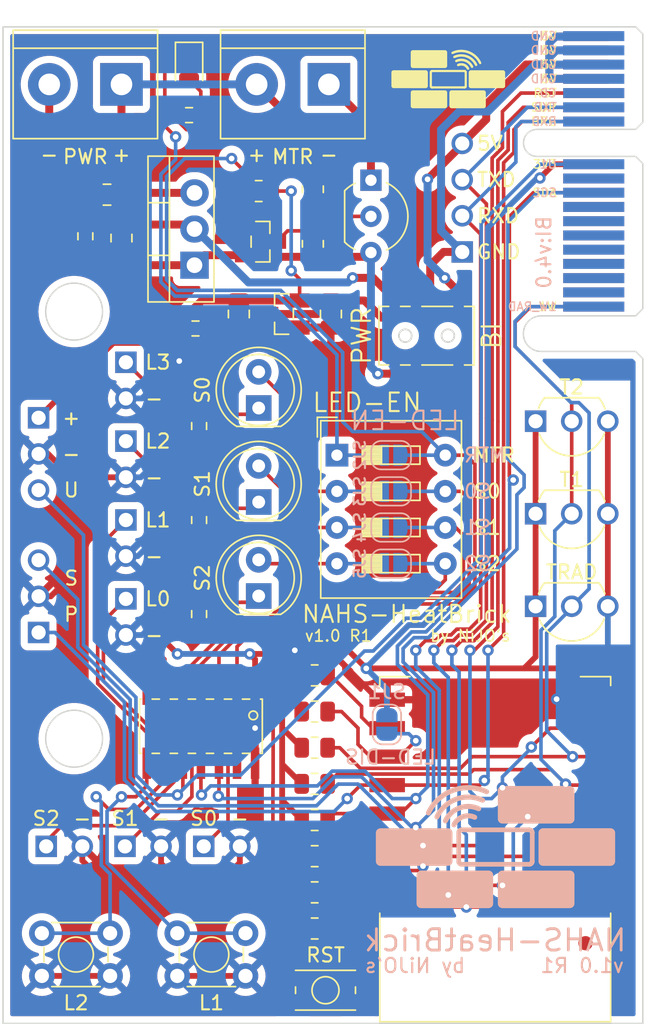
<source format=kicad_pcb>
(kicad_pcb (version 20211014) (generator pcbnew)
  (layers (0 "F.Cu" jumper) (31 "B.Cu" signal) (34 "B.Paste" user) (35 "F.Paste" user) (36 "B.SilkS" user "B.Silkscreen") (37 "F.SilkS" user "F.Silkscreen") (38 "B.Mask" user) (39 "F.Mask" user) (44 "Edge.Cuts" user))
  (net 0 "")
  (net 1 "24+")
  (net 2 "24-")
  (net 3 "GND")
  (net 4 "SEL+")
  (net 5 "IN-")
  (net 6 "RST")
  (net 7 "Net-(C4-Pad1)")
  (net 8 "A0")
  (net 9 "EN")
  (net 10 "Net-(IC1-Pad4)")
  (net 11 "1WIRE")
  (net 12 "SETUP")
  (net 13 "+3V3")
  (net 14 "BOOT2")
  (net 15 "BOOT1")
  (net 16 "PROG")
  (net 17 "SDA")
  (net 18 "SCL")
  (net 19 "RXD")
  (net 20 "1W_RAD")
  (net 22 "E1")
  (net 23 "TXD")
  (net 24 "Net-(J3-Pad1)")
  (net 26 "E2")
  (net 33 "UPDI")
  (net 34 "E3")
  (net 35 "CD")
  (net 36 "E4")
  (net 37 "Net-(LED3-Pad2)")
  (net 38 "L0")
  (net 39 "IN+")
  (net 40 "L3")
  (net 41 "L2")
  (net 42 "L1")
  (net 43 "Net-(LED2-Pad1)")
  (net 44 "Net-(LED2-Pad2)")
  (net 45 "Net-(LED3-Pad1)")
  (net 46 "Net-(LED4-Pad1)")
  (net 47 "Net-(LED4-Pad2)")
  (net 48 "Net-(LED5-Pad1)")
  (net 49 "Net-(LED5-Pad2)")
  (net 50 "Net-(Q1-Pad3)")
  (footprint "no_common:KMR_231_G_LFS" (layer "F.Cu") (at 122.682 137.668 90)
    (property "Reference" "SW1")
    (property "Value" "KMR_231_G_LFS")
    (fp_text reference "SW1" hide)
    (fp_text value "KMR_231_G_LFS" hide)
  )
  (footprint "no_pinhd:PINHD_1X02_2.54_1mm_Round" (layer "F.Cu") (at 108.641 105.91 -90)
    (fp_text reference "JP11" hide)
    (fp_text value "PINHD_1x02" hide)
  )
  (footprint "no_common:Taster_4545" (layer "F.Cu") (at 114.656 135.164 180)
    (fp_text reference "SW5" hide)
    (fp_text value "Taster_4545")
  )
  (footprint "TerminalBlock:TerminalBlock_bornier-2_P5.08mm" (layer "F.Cu") (at 122.92 74.041 180)
    (fp_text reference "J3" hide)
    (fp_text value "AKL 101-02")
  )
  (footprint "no_pinhd:PINHD_1X02_2.54_1mm_Round" (layer "F.Cu") (at 108.641 94.83 -90)
    (fp_text reference "JP13" hide)
    (fp_text value "PINHD_1x02" hide)
  )
  (footprint "no_brick_logo:x8mm" (layer "F.Cu") (at 131.318 73.66)
    (fp_text reference "LOGO1" hide)
    (fp_text value "brick_logo" hide)
  )
  (footprint "no_common:R_0805_2012Metric" (layer "F.Cu") (at 121.92 130.794)
    (fp_text reference "R3" hide)
    (fp_text value "10k" hide)
  )
  (footprint "no_pinhd:PINHD_1X02_2.54_1mm_Round" (layer "F.Cu") (at 104.307 127.564)
    (fp_text reference "JP6" hide)
    (fp_text value "PINHD_1x02" hide)
  )
  (footprint "no_common:R_0805_2012Metric" (layer "F.Cu") (at 121.793 85.2405 90)
    (fp_text reference "R11" hide)
    (fp_text value "130k" hide)
  )
  (footprint "no_common:R_0805_2012Metric" (layer "F.Cu") (at 121.92 115.554)
    (fp_text reference "R7" hide)
    (fp_text value "10k" hide)
  )
  (footprint "no_common:R_0805_2012Metric" (layer "F.Cu") (at 121.92 118.094)
    (fp_text reference "R4" hide)
    (fp_text value "10k" hide)
  )
  (footprint "no_common:C_0805_2012Metric" (layer "F.Cu") (at 108.331 84.836 -90)
    (property "Reference" "C1")
    (property "Value" "100nF")
    (fp_text reference "C4" hide)
    (fp_text value "1µF" hide)
  )
  (footprint "LED_THT:LED_D5.0mm" (layer "F.Cu") (at 117.983 96.774 90)
    (fp_text reference "LED3" hide)
    (fp_text value "Red" hide)
  )
  (footprint "no_common:C_0805_2012Metric" (layer "F.Cu") (at 123.063 90.17 -90)
    (property "Reference" "C1")
    (property "Value" "100nF")
    (fp_text reference "C2" hide)
    (fp_text value "10µF" hide)
  )
  (footprint "no_common:LED_0805_2012Metric" (layer "F.Cu") (at 113.0855 72.771 -90)
    (fp_text reference "LED2" hide)
    (fp_text value "Red" hide)
  )
  (footprint "no_common:SSSS820101" (layer "F.Cu") (at 129.794 91.694 90)
    (fp_text reference "SW2" hide)
    (fp_text value "SSSS820101" hide)
    (fp_circle (center 0 1.5) (end 0.45 1.5) (layer "Edge.Cuts") (width 0.12) (fill none))
    (fp_circle (center 0 -1.5) (end 0.45 -1.5) (layer "Edge.Cuts") (width 0.12) (fill none))
  )
  (footprint "no_common:C_0805_2012Metric" (layer "F.Cu") (at 116.586 90.17 -90)
    (property "Reference" "C1")
    (property "Value" "100nF")
    (fp_text reference "C3" hide)
    (fp_text value "10µF" hide)
  )
  (footprint "no_pinhd:PINHD_1X02_2.54_1mm_Round" (layer "F.Cu") (at 108.641 111.45 -90)
    (property "Reference" "JP10")
    (property "Value" "PINHD_1x02")
    (fp_text reference "JP10" hide)
    (fp_text value "PINHD_1x02" hide)
  )
  (footprint "Package_TO_SOT_THT:TO-92_Inline_Wide" (layer "F.Cu") (at 125.878 80.772 -90)
    (fp_text reference "Q3" hide)
    (fp_text value "BS170" hide)
  )
  (footprint "no_common:R_0603_1608Metric" (layer "F.Cu") (at 113.792 111.247 90)
    (fp_text reference "R15" hide)
    (fp_text value "330" hide)
  )
  (footprint "LED_THT:LED_D5.0mm" (layer "F.Cu") (at 117.983 103.378 90)
    (fp_text reference "LED4" hide)
    (fp_text value "Green" hide)
  )
  (footprint "no_pinhd:PINHD_1X03_2.54_1mm_DS18B20" (layer "F.Cu") (at 140 104.2)
    (property "Reference" "JP7")
    (property "Value" "PINHD_1X03")
    (fp_text reference "JP8" hide)
    (fp_text value "PINHD_1X03" hide)
  )
  (footprint "Button_Switch_THT:SW_DIP_SPSTx04_Slide_9.78x12.34mm_W7.62mm_P2.54mm" (layer "F.Cu") (at 123.4865 100.086)
    (property "Reference" "SW3")
    (property "Value" "SW_DIP_x04")
    (fp_text reference "SW3" hide)
    (fp_text value "SW_DIP_x04" hide)
  )
  (footprint "no_common:R_0805_2012Metric" (layer "F.Cu") (at 121.92 133.334)
    (fp_text reference "R2" hide)
    (fp_text value "1k" hide)
  )
  (footprint "Fiducial:Fiducial_1mm_Mask2mm" (layer "F.Cu") (at 105.5 76.327)
    (fp_text reference "FID1" hide)
    (fp_text value "Fiducial" hide)
  )
  (footprint "no_common:R_0805_2012Metric" (layer "F.Cu") (at 121.92 120.634)
    (property "Reference" "R1")
    (property "Value" "3.9k")
    (fp_text reference "R8" hide)
    (fp_text value "3.9k" hide)
  )
  (footprint "no_pinhd:PINHD_1X03_2.54_1mm_Round" (layer "F.Cu") (at 102.5 110 90)
    (property "Reference" "JP1")
    (property "Value" "PINHD_1X03")
    (fp_text reference "JP1" hide)
    (fp_text value "PINHD_1X03" hide)
  )
  (footprint "Fiducial:Fiducial_1mm_Mask2mm" (layer "F.Cu") (at 105.5 130.683)
    (fp_text reference "FID2" hide)
    (fp_text value "Fiducial" hide)
  )
  (footprint "no_common:R_0603_1608Metric" (layer "F.Cu") (at 113.792 104.643 90)
    (fp_text reference "R14" hide)
    (fp_text value "330" hide)
  )
  (footprint "no_pinhd:PINHD_1X02_2.54_1mm_Round" (layer "F.Cu") (at 115.387 127.564)
    (property "Reference" "JP3")
    (property "Value" "PINHD_1x02")
    (fp_text reference "JP3" hide)
    (fp_text value "PINHD_1x02" hide)
  )
  (footprint "no_common:R_0805_2012Metric" (layer "F.Cu") (at 117.983 81.534)
    (fp_text reference "R9" hide)
    (fp_text value "10k" hide)
  )
  (footprint "no_expressif:ESP12S" (layer "F.Cu") (at 134.62 127.762 180)
    (property "Reference" "IC1")
    (property "Value" "ESP12S")
    (fp_text reference "IC1" hide)
    (fp_text value "ESP12S" hide)
  )
  (footprint "LED_THT:LED_D5.0mm" (layer "F.Cu") (at 117.983 109.977 90)
    (fp_text reference "LED5" hide)
    (fp_text value "Blue" hide)
  )
  (footprint "TerminalBlock:TerminalBlock_bornier-2_P5.08mm" (layer "F.Cu") (at 108.331 74.041 180)
    (fp_text reference "J2" hide)
    (fp_text value "AKL 101-02")
  )
  (footprint "no_common:R_0805_2012Metric" (layer "F.Cu") (at 121.793 81.407 90)
    (fp_text reference "R10" hide)
    (fp_text value "130k" hide)
  )
  (footprint "no_pinhd:PINHD_1X04_2.54_1mm_Round" (layer "F.Cu") (at 132.3 82 90)
    (property "Reference" "JP2")
    (property "Value" "PINHD_1X04")
    (fp_text reference "JP2" hide)
    (fp_text value "PINHD_1X04" hide)
  )
  (footprint "no_common:R_0805_2012Metric" (layer "F.Cu") (at 121.92 125.714)
    (fp_text reference "R5" hide)
    (fp_text value "3.9k" hide)
  )
  (footprint "no_pinhd:PINHD_1X02_2.54_1mm_Round" (layer "F.Cu") (at 109.847 127.564)
    (fp_text reference "JP4" hide)
    (fp_text value "PINHD_1x02" hide)
  )
  (footprint "no_common:SOT23" (layer "F.Cu") (at 118.11 85.09 -90)
    (fp_text reference "Q1" hide)
    (fp_text value "BSS138" hide)
  )
  (footprint "no_common:R_0805_2012Metric" (layer "F.Cu") (at 121.92 123.174)
    (property "Reference" "R1")
    (property "Value" "3.9k")
    (fp_text reference "R1" hide)
    (fp_text value "3.9k" hide)
  )
  (footprint "no_pinhd:PINHD_1X03_2.54_1mm_DS18B20" (layer "F.Cu") (at 140 97.7)
    (property "Reference" "JP6")
    (property "Value" "PINHD_1X03")
    (fp_text reference "JP7" hide)
    (fp_text value "PINHD_1X03" hide)
  )
  (footprint "no_common:SOIC14" (layer "F.Cu") (at 113.919 119.126 180)
    (fp_text reference "IC2" hide)
    (fp_text value "ATTINY414" hide)
  )
  (footprint "no_common:R_0805_2012Metric" (layer "F.Cu") (at 121.92 128.254)
    (fp_text reference "R6" hide)
    (fp_text value "3.9k" hide)
  )
  (footprint "no_common:C_0805_2012Metric" (layer "F.Cu") (at 107.315 81.788 180)
    (property "Reference" "C1")
    (property "Value" "100nF")
    (fp_text reference "C1" hide)
    (fp_text value "1µF" hide)
  )
  (footprint "no_pinhd:PINHD_1X03_2.54_1mm_DS18B20" (layer "F.Cu") (at 140 110.7)
    (property "Value" "PINHD_1X03")
    (fp_text reference "JP9" hide)
    (fp_text value "PINHD_1X03" hide)
  )
  (footprint "no_pinhd:PINHD_1X02_2.54_1mm_Round" (layer "F.Cu") (at 108.641 100.37 -90)
    (fp_text reference "JP12" hide)
    (fp_text value "PINHD_1x02" hide)
  )
  (footprint "no_pinhd:PINHD_1X03_2.54_1mm_Round" (layer "F.Cu") (at 102.5 100 -90)
    (property "Reference" "JP5")
    (property "Value" "PINHD_1X03")
    (fp_text reference "JP5" hide)
    (fp_text value "PINHD_1X03" hide)
  )
  (footprint "no_brick_interface:Brick_Interface_V4_inset" (layer "F.Cu") (at 141.55 89.65 90)
    (property "Reference" "J")
    (property "Value" "Brick-Interface-V4")
    (fp_text reference "J1" hide)
    (fp_text value "Brick-Interface-V4" hide)
    (fp_line (start 19.65 2.95) (end 19.15 3.45) (layer "Edge.Cuts") (width 0.1))
    (fp_line (start -3.15 2.95) (end -3.65 3.45) (layer "Edge.Cuts") (width 0.1))
    (fp_line (start -0.65 -3.7) (end -0.65 2.95) (layer "Edge.Cuts") (width 0.1))
    (fp_line (start -0.15 3.45) (end 10.05 3.45) (layer "Edge.Cuts") (width 0.1))
    (fp_line (start 10.55 -4) (end 10.55 2.95) (layer "Edge.Cuts") (width 0.1))
    (fp_line (start 19.65 -4.95) (end 19.65 2.95) (layer "Edge.Cuts") (width 0.1))
    (fp_line (start -0.65 2.95) (end -0.15 3.45) (layer "Edge.Cuts") (width 0.1))
    (fp_line (start 12.95 3.45) (end 19.15 3.45) (layer "Edge.Cuts") (width 0.1))
    (fp_line (start -3.15 -3.7) (end -3.15 2.95) (layer "Edge.Cuts") (width 0.1))
    (fp_line (start 12.45 -4) (end 12.45 2.95) (layer "Edge.Cuts") (width 0.1))
    (fp_line (start 10.55 2.95) (end 10.05 3.45) (layer "Edge.Cuts") (width 0.1))
    (fp_line (start 12.45 2.95) (end 12.95 3.45) (layer "Edge.Cuts") (width 0.1))
    (fp_arc (start 10.55 -4) (mid 11.5 -4.95) (end 12.45 -4) (layer "Edge.Cuts") (width 0.1))
    (fp_arc (start -3.15 -3.7) (mid -1.9 -4.95) (end -0.65 -3.7) (layer "Edge.Cuts") (width 0.1))
  )
  (footprint "no_common:Taster_4545" (layer "F.Cu") (at 105.131 135.164 180)
    (property "Reference" "SW4")
    (property "Value" "Taster_3301")
    (fp_text reference "SW4" hide)
    (fp_text value "Taster_4545")
  )
  (footprint "no_common:SOT23" (layer "F.Cu") (at 119.761 90.17 90)
    (fp_text reference "U1" hide)
    (fp_text value "MCP1700-3302" hide)
  )
  (footprint "no_common:R_0603_1608Metric" (layer "F.Cu") (at 113.538 91.186 180)
    (fp_text reference "R21" hide)
    (fp_text value "330" hide)
  )
  (footprint "Fiducial:Fiducial_1mm_Mask2mm" (layer "F.Cu") (at 140.97 134.366)
    (fp_text reference "FID3" hide)
    (fp_text value "Fiducial" hide)
  )
  (footprint "no_common:R_0603_1608Metric" (layer "F.Cu") (at 113.0855 76.2)
    (fp_text reference "R12" hide)
    (fp_text value "330" hide)
  )
  (footprint "no_common:R_0603_1608Metric" (layer "F.Cu") (at 113.792 98.039 90)
    (fp_text reference "R13" hide)
    (fp_text value "330" hide)
  )
  (footprint "no_common:R_0603_1608Metric" (layer "F.Cu") (at 105.791 84.709 90)
    (fp_text reference "R20" hide)
    (fp_text value "510" hide)
  )
  (footprint "Package_TO_SOT_THT:TO-220-3_Vertical" (layer "F.Cu") (at 113.467 86.741 90)
    (fp_text reference "U2" hide)
    (fp_text value "LM1086_IT5,0" hide)
  )
  (footprint "Jumper:SolderJumper-2_P1.3mm_Open_RoundedPad1.0x1.5mm" (layer "B.Cu") (at 127.2965 102.626 180)
    (property "Reference" "SJ1")
    (property "Value" "LED-DIS")
    (fp_text reference "SJ3")
    (fp_text value "LED-EN" hide)
  )
  (footprint "no_brick_logo:x17mm" (layer "B.Cu") (at 134.62 127.508 180)
    (fp_text reference "LOGO2" hide)
    (fp_text value "brick_logo" hide)
  )
  (footprint "Jumper:SolderJumper-2_P1.3mm_Open_RoundedPad1.0x1.5mm" (layer "B.Cu") (at 127.2965 100.086 180)
    (property "Reference" "SJ1")
    (property "Value" "LED-DIS")
    (fp_text reference "SJ2")
    (fp_text value "LED-EN" hide)
  )
  (footprint "Jumper:SolderJumper-2_P1.3mm_Open_RoundedPad1.0x1.5mm" (layer "B.Cu") (at 127 119 -90)
    (property "Reference" "SJ1")
    (property "Value" "LED-DIS")
    (fp_text reference "SJ1")
    (fp_text value "LED-DIS" hide)
  )
  (footprint "Jumper:SolderJumper-2_P1.3mm_Open_RoundedPad1.0x1.5mm" (layer "B.Cu") (at 127.2965 107.706 180)
    (property "Reference" "SJ1")
    (property "Value" "LED-DIS")
    (fp_text reference "SJ5")
    (fp_text value "LED-EN" hide)
  )
  (footprint "Jumper:SolderJumper-2_P1.3mm_Open_RoundedPad1.0x1.5mm" (layer "B.Cu") (at 127.2965 105.166 180)
    (property "Reference" "SJ1")
    (property "Value" "LED-DIS")
    (fp_text reference "SJ4")
    (fp_text value "LED-EN" hide)
  )
  (gr_circle (center 105 120) (end 107 120) (layer "Edge.Cuts") (width 0.1) (fill none))
  (gr_line (start 100 140) (end 100 70) (layer "Edge.Cuts") (width 0.1))
  (gr_line (start 100 140) (end 145 140) (layer "Edge.Cuts") (width 0.1))
  (gr_line (start 145 93.3) (end 145 140) (layer "Edge.Cuts") (width 0.1))
  (gr_line (start 136.6 70) (end 100 70) (layer "Edge.Cuts") (width 0.1))
  (gr_circle (center 105 90) (end 107 90) (layer "Edge.Cuts") (width 0.1) (fill none))
  (gr_text "v1.0 R1" (at 143.764 135.9408) (layer "B.SilkS") (effects (font (size 1 1)) (justify left mirror)))
  (gr_text "LED-DIS" (at 127.254 121.3) (layer "B.SilkS") (effects (font (size 1 1)) (justify mirror)))
  (gr_text "NAHS-HeatBrick" (at 134.62 134.1628) (layer "B.SilkS") (effects (font (size 1.5 1.5) (thickness 0.2)) (justify mirror)))
  (gr_text "by NiJO's" (at 125.349 135.9408) (layer "B.SilkS") (effects (font (size 1 1)) (justify right mirror)))
  (gr_text "LED-EN" (at 128.27 97.663) (layer "B.SilkS") (effects (font (size 1.3 1.3)) (justify mirror)))
  (gr_text "S" (at 104.8 108.73) (layer "F.SilkS") (effects (font (size 1 1))))
  (gr_text "1W" (at 139.01 89.65) (layer "F.SilkS") (effects (font (size 0.6 0.6) (thickness 0.1)) (justify right)))
  (gr_text "v1.0 R1" (at 121.158 112.776) (layer "F.SilkS") (effects (font (size 0.8 0.8) (thickness 0.12)) (justify left)))
  (gr_text "NAHS-HeatBrick" (at 128.397 111.252) (layer "F.SilkS") (effects (font (size 1.2 1.2))))
  (gr_text "+" (at 104.8 97.46) (layer "F.SilkS") (effects (font (size 1 1))))
  (gr_text "GND" (at 133.2484 85.81) (layer "F.SilkS") (effects (font (size 1 1)) (justify left)))
  (gr_text "RXD" (at 133.2484 83.27) (layer "F.SilkS") (effects (font (size 1 1)) (justify left)))
  (gr_text "by NiJO's" (at 135.763 112.776) (layer "F.SilkS") (effects (font (size 0.8 0.8) (thickness 0.12)) (justify right)))
  (gr_text "-" (at 104.8 100) (layer "F.SilkS") (effects (font (size 1 1))))
  (gr_text "U" (at 104.8 102.54) (layer "F.SilkS") (effects (font (size 1 1))))
  (gr_text "P" (at 104.8 111.27) (layer "F.SilkS") (effects (font (size 1 1))))
  (gr_text "5V" (at 133.2484 78.19) (layer "F.SilkS") (effects (font (size 1 1)) (justify left)))
  (gr_text "TXD" (at 133.2484 80.73) (layer "F.SilkS") (effects (font (size 1 1)) (justify left)))
  (segment (start 121.793 77.994) (end 117.84 74.041) (width 0.5588) (layer "F.Cu") (net 1))
  (segment (start 113.467 81.661) (end 108.392 81.661) (width 0.5588) (layer "F.Cu") (net 1))
  (segment (start 108.331 74.041) (end 108.331 81.722) (width 0.5588) (layer "F.Cu") (net 1))
  (segment (start 108.392 81.661) (end 108.265 81.788) (width 0.5588) (layer "F.Cu") (net 1))
  (segment (start 121.793 80.4945) (end 121.793 77.994) (width 0.5588) (layer "F.Cu") (net 1))
  (segment (start 108.331 81.722) (end 108.265 81.788) (width 0.5588) (layer "F.Cu") (net 1))
  (segment (start 108.331 74.041) (end 117.84 74.041) (width 0.5588) (layer "B.Cu") (net 1))
  (segment (start 105.092 85.534) (end 105.791 85.534) (width 0.5588) (layer "F.Cu") (net 2))
  (segment (start 104.394 81.788) (end 106.365 81.788) (width 0.5588) (layer "F.Cu") (net 2))
  (segment (start 121.793 86.153) (end 125.577 86.153) (width 0.5588) (layer "F.Cu") (net 2))
  (segment (start 121.793 86.153) (end 117.123 86.153) (width 0.5588) (layer "F.Cu") (net 2))
  (segment (start 125.577 86.153) (end 125.878 85.852) (width 0.5588) (layer "F.Cu") (net 2))
  (segment (start 117.123 86.153) (end 117.01 86.04) (width 0.5588) (layer "F.Cu") (net 2))
  (segment (start 104.394 81.788) (end 104.394 84.836) (width 0.5588) (layer "F.Cu") (net 2))
  (segment (start 113.467 86.741) (end 109.286 86.741) (width 0.5588) (layer "F.Cu") (net 2))
  (segment (start 103.251 80.645) (end 104.394 81.788) (width 0.5588) (layer "F.Cu") (net 2))
  (segment (start 104.394 84.836) (end 105.092 85.534) (width 0.5588) (layer "F.Cu") (net 2))
  (segment (start 109.286 86.741) (end 108.331 85.786) (width 0.5588) (layer "F.Cu") (net 2))
  (segment (start 103.251 74.041) (end 103.251 80.645) (width 0.5588) (layer "F.Cu") (net 2))
  (segment (start 117.01 86.04) (end 114.168 86.04) (width 0.5588) (layer "F.Cu") (net 2))
  (segment (start 127.427 94.361) (end 127.544 94.244) (width 0.5588) (layer "F.Cu") (net 2))
  (segment (start 105.791 85.534) (end 108.079 85.534) (width 0.5588) (layer "F.Cu") (net 2))
  (segment (start 108.079 85.534) (end 108.331 85.786) (width 0.5588) (layer "F.Cu") (net 2))
  (segment (start 114.168 86.04) (end 113.467 86.741) (width 0.5588) (layer "F.Cu") (net 2))
  (segment (start 126.365 94.361) (end 127.427 94.361) (width 0.5588) (layer "F.Cu") (net 2))
  (via (at 126.365 94.361) (size 0.8) (drill 0.4) (layers "F.Cu" "B.Cu") (net 2))
  (segment (start 125.878 93.874) (end 126.365 94.361) (width 0.5588) (layer "B.Cu") (net 2))
  (segment (start 125.878 85.852) (end 125.878 93.874) (width 0.5588) (layer "B.Cu") (net 2))
  (segment (start 108.641 101.64) (end 106.259 101.64) (width 0.4064) (layer "F.Cu") (net 3))
  (segment (start 112.395 93.472) (end 112.395 98.044) (width 0.4064) (layer "F.Cu") (net 3))
  (segment (start 117.729 119.253) (end 117.729 121.726) (width 0.4064) (layer "F.Cu") (net 3))
  (segment (start 128.397 92.964) (end 126.365 92.964) (width 0.5588) (layer "F.Cu") (net 3))
  (segment (start 109.982 130.429) (end 109.982 133.096) (width 0.4064) (layer "F.Cu") (net 3))
  (segment (start 116.586 91.12) (end 114.429 91.12) (width 0.5588) (layer "F.Cu") (net 3))
  (segment (start 106.68 129.667) (end 111.506 129.667) (width 0.4064) (layer "F.Cu") (net 3))
  (segment (start 113.792 105.468) (end 113.215 105.468) (width 0.4064) (layer "F.Cu") (net 3))
  (segment (start 116.657 127.564) (end 117.729 126.492) (width 0.4064) (layer "F.Cu") (net 3))
  (segment (start 120.523 113.792) (end 120.904 114.173) (width 0.4064) (layer "F.Cu") (net 3))
  (segment (start 113.215 98.864) (end 112.395 98.044) (width 0.4064) (layer "F.Cu") (net 3))
  (segment (start 116.657 128.707) (end 115.697 129.667) (width 0.4064) (layer "F.Cu") (net 3))
  (segment (start 129.044 93.611) (end 128.397 92.964) (width 0.5588) (layer "F.Cu") (net 3))
  (segment (start 116.657 127.564) (end 116.657 128.707) (width 0.4064) (layer "F.Cu") (net 3))
  (segment (start 112.395 104.648) (end 112.395 111.125) (width 0.4064) (layer "F.Cu") (net 3))
  (segment (start 124.521 91.12) (end 123.063 91.12) (width 0.5588) (layer "F.Cu") (net 3))
  (segment (start 103.175 100) (end 102.5 100) (width 0.4064) (layer "F.Cu") (net 3))
  (segment (start 112.256 136.664) (end 117.056 136.664) (width 0.4064) (layer "F.Cu") (net 3))
  (segment (start 112.014 129.667) (end 111.506 129.667) (width 0.4064) (layer "F.Cu") (net 3))
  (segment (start 111.506 129.667) (end 110.744 129.667) (width 0.4064) (layer "F.Cu") (net 3))
  (segment (start 102.5 110) (end 103.36 110) (width 0.4064) (layer "F.Cu") (net 3))
  (segment (start 142.54 104.2) (end 142.54 110.7) (width 0.4064) (layer "F.Cu") (net 3))
  (segment (start 109.982 134.213) (end 109.982 133.096) (width 0.4064) (layer "F.Cu") (net 3))
  (segment (start 117.056 136.664) (end 118.86 138.468) (width 0.4064) (layer "F.Cu") (net 3))
  (segment (start 124.982 138.468) (end 120.382 138.468) (width 0.4064) (layer "F.Cu") (net 3))
  (segment (start 109.982 133.096) (end 109.982 133.477) (width 0.4064) (layer "F.Cu") (net 3))
  (segment (start 114.429 91.12) (end 114.363 91.186) (width 0.5588) (layer "F.Cu") (net 3))
  (segment (start 102.731 136.664) (end 107.531 136.664) (width 0.4064) (layer "F.Cu") (net 3))
  (segment (start 123.317 114.173) (end 126.406 117.262) (width 0.4064) (layer "F.Cu") (net 3))
  (segment (start 104.815 101.64) (end 103.175 100) (width 0.4064) (layer "F.Cu") (net 3))
  (segment (start 103.36 110) (end 104.521 108.839) (width 0.4064) (layer "F.Cu") (net 3))
  (segment (start 110.744 129.667) (end 109.982 130.429) (width 0.4064) (layer "F.Cu") (net 3))
  (segment (start 126.406 117.262) (end 127.02 117.262) (width 0.4064) (layer "F.Cu") (net 3))
  (segment (start 112.395 111.125) (end 113.342 112.072) (width 0.4064) (layer "F.Cu") (net 3))
  (segment (start 112.395 104.394) (end 112.395 104.648) (width 0.4064) (layer "F.Cu") (net 3))
  (segment (start 113.342 112.072) (end 113.792 112.072) (width 0.4064) (layer "F.Cu") (net 3))
  (segment (start 113.792 98.864) (end 113.215 98.864) (width 0.4064) (layer "F.Cu") (net 3))
  (segment (start 114.363 91.186) (end 114.363 91.504) (width 0.4064) (layer "F.Cu") (net 3))
  (segment (start 104.521 108.839) (end 104.521 103.378) (width 0.4064) (layer "F.Cu") (net 3))
  (segment (start 107.531 136.664) (end 109.982 134.213) (width 0.4064) (layer "F.Cu") (net 3))
  (segment (start 129.044 94.244) (end 129.044 93.611) (width 0.5588) (layer "F.Cu") (net 3))
  (segment (start 142.54 97.7) (end 142.54 104.2) (width 0.4064) (layer "F.Cu") (net 3))
  (segment (start 105.577 127.564) (end 105.577 128.564) (width 0.4064) (layer "F.Cu") (net 3))
  (segment (start 115.697 129.667) (end 112.014 129.667) (width 0.4064) (layer "F.Cu") (net 3))
  (segment (start 120.523 113.792) (end 122.936 113.792) (width 0.4064) (layer "F.Cu") (net 3))
  (segment (start 109.982 134.39) (end 109.982 133.477) (width 0.4064) (layer "F.Cu") (net 3))
  (segment (start 120.904 115.4505) (end 121.0075 115.554) (width 0.4064) (layer "F.Cu") (net 3))
  (segment (start 111.117 127.564) (end 111.117 128.77) (width 0.4064) (layer "F.Cu") (net 3))
  (segment (start 138.897 117.262) (end 138.938 117.221) (width 0.4064) (layer "F.Cu") (net 3))
  (segment (start 116.586 91.12) (end 120.861 91.12) (width 0.5588) (layer "F.Cu") (net 3))
  (segment (start 120.904 114.173) (end 120.904 115.4505) (width 0.4064) (layer "F.Cu") (net 3))
  (segment (start 112.256 136.664) (end 109.982 134.39) (width 0.4064) (layer "F.Cu") (net 3))
  (segment (start 111.117 128.77) (end 112.014 129.667) (width 0.4064) (layer "F.Cu") (net 3))
  (segment (start 117.729 126.492) (end 117.729 121.726) (width 0.4064) (layer "F.Cu") (net 3))
  (segment (start 112.395 98.044) (end 112.395 104.394) (width 0.4064) (layer "F.Cu") (net 3))
  (segment (start 122.936 113.792) (end 123.317 114.173) (width 0.4064) (layer "F.Cu") (net 3))
  (segment (start 114.363 91.504) (end 112.395 93.472) (width 0.4064) (layer "F.Cu") (net 3))
  (segment (start 104.521 103.378) (end 106.259 101.64) (width 0.4064) (layer "F.Cu") (net 3))
  (segment (start 113.215 105.468) (end 112.395 104.648) (width 0.4064) (layer "F.Cu") (net 3))
  (segment (start 127.02 117.262) (end 138.897 117.262) (width 0.4064) (layer "F.Cu") (net 3))
  (segment (start 118.86 138.468) (end 120.382 138.468) (width 0.4064) (layer "F.Cu") (net 3))
  (segment (start 126.365 92.964) (end 124.521 91.12) (width 0.5588) (layer "F.Cu") (net 3))
  (segment (start 123.063 91.12) (end 120.861 91.12) (width 0.5588) (layer "F.Cu") (net 3))
  (segment (start 105.577 128.564) (end 106.68 129.667) (width 0.4064) (layer "F.Cu") (net 3))
  (segment (start 106.259 101.64) (end 104.815 101.64) (width 0.4064) (layer "F.Cu") (net 3))
  (via (at 120.523 113.792) (size 0.8) (drill 0.4) (layers "F.Cu" "B.Cu") (net 3))
  (via (at 138.938 117.221) (size 0.8) (drill 0.4) (layers "F.Cu" "B.Cu") (net 3))
  (via (at 112.395 93.472) (size 0.8) (drill 0.4) (layers "F.Cu" "B.Cu") (net 3))
  (via (at 117.729 119.253) (size 0.8) (drill 0.4) (layers "F.Cu" "B.Cu") (net 3))
  (segment (start 111.252 100.076) (end 111.252 105.41) (width 0.4064) (layer "B.Cu") (net 3))
  (segment (start 111.252 105.41) (end 109.482 107.18) (width 0.4064) (layer "B.Cu") (net 3))
  (segment (start 138.938 117.221) (end 142.54 113.619) (width 0.4064) (layer "B.Cu") (net 3))
  (segment (start 111.252 94.615) (end 112.395 93.472) (width 0.4064) (layer "B.Cu") (net 3))
  (segment (start 109.784 112.72) (end 108.641 112.72) (width 0.4064) (layer "B.Cu") (net 3))
  (segment (start 111.252 94.615) (end 111.252 100.076) (width 0.4064) (layer "B.Cu") (net 3))
  (segment (start 111.252 105.41) (end 111.252 111.252) (width 0.4064) (layer "B.Cu") (net 3))
  (segment (start 111.252 111.633) (end 112.4585 112.8395) (width 0.4064) (layer "B.Cu") (net 3))
  (segment (start 111.252 100.076) (end 109.688 101.64) (width 0.4064) (layer "B.Cu") (net 3))
  (segment (start 109.767 96.1) (end 111.252 94.615) (width 0.4064) (layer "B.Cu") (net 3))
  (segment (start 112.649 113.03) (end 112.4585 112.8395) (width 0.4064) (layer "B.Cu") (net 3))
  (segment (start 109.482 107.18) (end 108.641 107.18) (width 0.4064) (layer "B.Cu") (net 3))
  (segment (start 119.761 113.03) (end 117.856 113.03) (width 0.4064) (layer "B.Cu") (net 3))
  (segment (start 111.252 111.252) (end 111.252 111.633) (width 0.4064) (layer "B.Cu") (net 3))
  (segment (start 117.856 113.03) (end 118.872 114.046) (width 0.4064) (layer "B.Cu") (net 3))
  (segment (start 142.54 113.619) (end 142.54 110.7) (width 0.4064) (layer "B.Cu") (net 3))
  (segment (start 118.872 115.443) (end 118.872 118.11) (width 0.4064) (layer "B.Cu") (net 3))
  (segment (start 109.688 101.64) (end 108.641 101.64) (width 0.4064) (layer "B.Cu") (net 3))
  (segment (start 118.872 114.046) (end 118.872 115.443) (width 0.4064) (layer "B.Cu") (net 3))
  (segment (start 108.641 96.1) (end 109.767 96.1) (width 0.4064) (layer "B.Cu") (net 3))
  (segment (start 111.252 111.252) (end 109.784 112.72) (width 0.4064) (layer "B.Cu") (net 3))
  (segment (start 120.523 113.792) (end 119.761 113.03) (width 0.4064) (layer "B.Cu") (net 3))
  (segment (start 117.856 113.03) (end 112.649 113.03) (width 0.4064) (layer "B.Cu") (net 3))
  (segment (start 118.872 118.11) (end 117.729 119.253) (width 0.4064) (layer "B.Cu") (net 3))
  (segment (start 129.044 89.904) (end 128.524 90.424) (width 0.5588) (layer "F.Cu") (net 4))
  (segment (start 126.619 90.424) (end 125.415 89.22) (width 0.5588) (layer "F.Cu") (net 4))
  (segment (start 118.661 90.17) (end 122.113 90.17) (width 0.5588) (layer "F.Cu") (net 4))
  (segment (start 129.044 89.144) (end 129.044 89.904) (width 0.5588) (layer "F.Cu") (net 4))
  (segment (start 128.524 90.424) (end 126.619 90.424) (width 0.5588) (layer "F.Cu") (net 4))
  (segment (start 122.113 90.17) (end 123.063 89.22) (width 0.5588) (layer "F.Cu") (net 4))
  (segment (start 125.415 89.22) (end 123.063 89.22) (width 0.5588) (layer "F.Cu") (net 4))
  (segment (start 130.979 85.81) (end 130.048 86.741) (width 0.5588) (layer "F.Cu") (net 5))
  (segment (start 130.048 86.741) (end 130.048 92.583) (width 0.5588) (layer "F.Cu") (net 5))
  (segment (start 130.048 92.583) (end 131.709 94.244) (width 0.5588) (layer "F.Cu") (net 5))
  (segment (start 132.3 85.81) (end 130.979 85.81) (width 0.5588) (layer "F.Cu") (net 5))
  (segment (start 131.709 94.244) (end 132.044 94.244) (width 0.5588) (layer "F.Cu") (net 5))
  (segment (start 141.55 71.65) (end 138.916 71.65) (width 0.5588) (layer "B.Cu") (net 5))
  (segment (start 138.436 72.65) (end 138.43 72.644) (width 0.5588) (layer "B.Cu") (net 5))
  (segment (start 138.43 73.406) (end 138.684 73.66) (width 0.5588) (layer "B.Cu") (net 5))
  (segment (start 137.414 72.644) (end 134.112 75.946) (width 0.5588) (layer "B.Cu") (net 5))
  (segment (start 134.112 75.946) (end 132.08 75.946) (width 0.5588) (layer "B.Cu") (net 5))
  (segment (start 138.684 73.66) (end 138.694 73.65) (width 0.5588) (layer "B.Cu") (net 5))
  (segment (start 138.43 72.136) (end 138.43 72.644) (width 0.5588) (layer "B.Cu") (net 5))
  (segment (start 138.916 71.65) (end 138.43 72.136) (width 0.5588) (layer "B.Cu") (net 5))
  (segment (start 132.08 75.946) (end 130.81 77.216) (width 0.5588) (layer "B.Cu") (net 5))
  (segment (start 138.694 73.65) (end 141.55 73.65) (width 0.5588) (layer "B.Cu") (net 5))
  (segment (start 138.43 71.12) (end 138.87108 70.67892) (width 0.5588) (layer "B.Cu") (net 5))
  (segment (start 138.43 72.644) (end 138.43 73.406) (width 0.5588) (layer "B.Cu") (net 5))
  (segment (start 130.81 84.32) (end 132.3 85.81) (width 0.5588) (layer "B.Cu") (net 5))
  (segment (start 138.87108 70.67892) (end 141.55 70.67892) (width 0.5588) (layer "B.Cu") (net 5))
  (segment (start 138.43 72.644) (end 137.414 72.644) (width 0.5588) (layer "B.Cu") (net 5))
  (segment (start 138.43 72.136) (end 138.43 71.12) (width 0.5588) (layer "B.Cu") (net 5))
  (segment (start 141.55 72.65) (end 138.436 72.65) (width 0.5588) (layer "B.Cu") (net 5))
  (segment (start 130.81 77.216) (end 130.81 84.32) (width 0.5588) (layer "B.Cu") (net 5))
  (segment (start 118.983 135.469) (end 118.983 123.079) (width 0.254) (layer "F.Cu") (net 6))
  (segment (start 134.40196 97.628712) (end 134.40292 97.627752) (width 0.254) (layer "F.Cu") (net 6))
  (segment (start 120.382 136.868) (end 124.982 136.868) (width 0.254) (layer "F.Cu") (net 6))
  (segment (start 117.094 118.364) (end 116.459 118.999) (width 0.254) (layer "F.Cu") (net 6))
  (segment (start 136.424 74.65) (end 141.55 74.65) (width 0.254) (layer "F.Cu") (net 6))
  (segment (start 135.128 78.486) (end 135.128 75.946) (width 0.254) (layer "F.Cu") (net 6))
  (segment (start 132.588 131.826) (end 137.414 131.826) (width 0.254) (layer "F.Cu") (net 6))
  (segment (start 118.999 123.063) (end 118.999 118.999) (width 0.254) (layer "F.Cu") (net 6))
  (segment (start 125.238 133.334) (end 125.4125 133.1595) (width 0.254) (layer "F.Cu") (net 6))
  (segment (start 137.978 131.262) (end 142.22 131.262) (width 0.254) (layer "F.Cu") (net 6))
  (segment (start 118.999 118.999) (end 118.364 118.364) (width 0.254) (layer "F.Cu") (net 6))
  (segment (start 132.588 131.826) (end 129.286 131.826) (width 0.254) (layer "F.Cu") (net 6))
  (segment (start 133.138 113.115) (end 134.40196 111.85104) (width 0.254) (layer "F.Cu") (net 6))
  (segment (start 134.40292 97.627752) (end 134.40292 79.21108) (width 0.254) (layer "F.Cu") (net 6))
  (segment (start 134.40196 111.85104) (end 134.40196 97.628712) (width 0.254) (layer "F.Cu") (net 6))
  (segment (start 129.286 131.826) (end 128.778 132.334) (width 0.254) (layer "F.Cu") (net 6))
  (segment (start 134.40292 79.21108) (end 135.128 78.486) (width 0.254) (layer "F.Cu") (net 6))
  (segment (start 124.982 133.59) (end 125.4125 133.1595) (width 0.254) (layer "F.Cu") (net 6))
  (segment (start 120.382 136.868) (end 118.983 135.469) (width 0.254) (layer "F.Cu") (net 6))
  (segment (start 137.414 131.826) (end 137.978 131.262) (width 0.254) (layer "F.Cu") (net 6))
  (segment (start 135.128 75.946) (end 136.424 74.65) (width 0.254) (layer "F.Cu") (net 6))
  (segment (start 116.459 118.999) (end 116.459 121.726) (width 0.254) (layer "F.Cu") (net 6))
  (segment (start 124.982 136.868) (end 124.982 133.59) (width 0.254) (layer "F.Cu") (net 6))
  (segment (start 132.249 113.115) (end 133.138 113.115) (width 0.254) (layer "F.Cu") (net 6))
  (segment (start 122.8325 133.334) (end 125.238 133.334) (width 0.254) (layer "F.Cu") (net 6))
  (segment (start 125.4125 133.1595) (end 126.238 132.334) (width 0.254) (layer "F.Cu") (net 6))
  (segment (start 126.238 132.334) (end 128.778 132.334) (width 0.254) (layer "F.Cu") (net 6))
  (segment (start 118.983 123.079) (end 118.999 123.063) (width 0.254) (layer "F.Cu") (net 6))
  (segment (start 131.572 113.792) (end 132.249 113.115) (width 0.254) (layer "F.Cu") (net 6))
  (segment (start 118.364 118.364) (end 117.094 118.364) (width 0.254) (layer "F.Cu") (net 6))
  (via (at 131.572 113.792) (size 0.8) (drill 0.4) (layers "F.Cu" "B.Cu") (net 6))
  (via (at 132.588 131.826) (size 0.8) (drill 0.4) (layers "F.Cu" "B.Cu") (net 6))
  (segment (start 132.08 126.238) (end 132.588 126.746) (width 0.254) (layer "B.Cu") (net 6))
  (segment (start 132.588 126.746) (end 132.588 131.826) (width 0.254) (layer "B.Cu") (net 6))
  (segment (start 131.572 113.792) (end 131.572 114.808) (width 0.254) (layer "B.Cu") (net 6))
  (segment (start 131.572 114.808) (end 132.08 115.316) (width 0.254) (layer "B.Cu") (net 6))
  (segment (start 132.08 115.316) (end 132.08 126.238) (width 0.254) (layer "B.Cu") (net 6))
  (segment (start 126.03 87.63) (end 124.587 87.63) (width 0.5588) (layer "F.Cu") (net 7))
  (segment (start 108.329 83.884) (end 108.331 83.886) (width 0.5588) (layer "F.Cu") (net 7))
  (segment (start 108.331 83.886) (end 113.152 83.886) (width 0.5588) (layer "F.Cu") (net 7))
  (segment (start 105.791 83.884) (end 108.329 83.884) (width 0.5588) (layer "F.Cu") (net 7))
  (segment (start 113.152 83.886) (end 113.467 84.201) (width 0.5588) (layer "F.Cu") (net 7))
  (segment (start 127.544 89.144) (end 126.03 87.63) (width 0.5588) (layer "F.Cu") (net 7))
  (via (at 124.587 87.63) (size 0.8) (drill 0.4) (layers "F.Cu" "B.Cu") (net 7))
  (segment (start 117.2649 87.9514) (end 124.2656 87.9514) (width 0.5588) (layer "B.Cu") (net 7))
  (segment (start 113.467 84.201) (end 113.5145 84.201) (width 0.5588) (layer "B.Cu") (net 7))
  (segment (start 124.2656 87.9514) (end 124.587 87.63) (width 0.5588) (layer "B.Cu") (net 7))
  (segment (start 113.5145 84.201) (end 117.2649 87.9514) (width 0.5588) (layer "B.Cu") (net 7))
  (segment (start 137.914 127.262) (end 142.22 127.262) (width 0.254) (layer "F.Cu") (net 9))
  (segment (start 136.906 128.27) (end 137.914 127.262) (width 0.254) (layer "F.Cu") (net 9))
  (segment (start 125.857 128.27) (end 136.906 128.27) (width 0.254) (layer "F.Cu") (net 9))
  (segment (start 122.8325 130.794) (end 122.8325 130.7865) (width 0.254) (layer "F.Cu") (net 9))
  (segment (start 122.8325 130.7865) (end 125.349 128.27) (width 0.254) (layer "F.Cu") (net 9))
  (segment (start 125.349 128.27) (end 125.857 128.27) (width 0.254) (layer "F.Cu") (net 9))
  (segment (start 136.906 125.476) (end 137.12 125.262) (width 0.254) (layer "F.Cu") (net 10))
  (segment (start 121.0075 132.7385) (end 121.539 132.207) (width 0.254) (layer "F.Cu") (net 10))
  (segment (start 121.539 132.207) (end 123.825 132.207) (width 0.254) (layer "F.Cu") (net 10))
  (segment (start 137.12 125.262) (end 142.22 125.262) (width 0.254) (layer "F.Cu") (net 10))
  (segment (start 127.508 130.302) (end 135.128 130.302) (width 0.254) (layer "F.Cu") (net 10))
  (segment (start 125.73 130.302) (end 126.365 130.302) (width 0.254) (layer "F.Cu") (net 10))
  (segment (start 123.825 132.207) (end 125.73 130.302) (width 0.254) (layer "F.Cu") (net 10))
  (segment (start 121.0075 133.334) (end 121.0075 132.7385) (width 0.254) (layer "F.Cu") (net 10))
  (segment (start 126.365 130.302) (end 127.508 130.302) (width 0.254) (layer "F.Cu") (net 10))
  (via (at 136.906 125.476) (size 0.8) (drill 0.4) (layers "F.Cu" "B.Cu") (net 10))
  (via (at 135.128 130.302) (size 0.8) (drill 0.4) (layers "F.Cu" "B.Cu") (net 10))
  (segment (start 135.128 130.302) (end 135.636 129.794) (width 0.254) (layer "B.Cu") (net 10))
  (segment (start 135.89 129.54) (end 135.89 126.746) (width 0.254) (layer "B.Cu") (net 10))
  (segment (start 135.636 129.794) (end 135.89 129.54) (width 0.254) (layer "B.Cu") (net 10))
  (segment (start 135.89 126.492) (end 136.906 125.476) (width 0.254) (layer "B.Cu") (net 10))
  (segment (start 135.89 126.746) (end 135.89 126.492) (width 0.254) (layer "B.Cu") (net 10))
  (segment (start 138.557 122.174) (end 133.096 122.174) (width 0.254) (layer "F.Cu") (net 11))
  (segment (start 137.116968 89.65) (end 136.017 90.749968) (width 0.254) (layer "F.Cu") (net 11))
  (segment (start 140 97.7) (end 140 104.2) (width 0.254) (layer "F.Cu") (net 11))
  (segment (start 140 96.439) (end 140 97.7) (width 0.254) (layer "F.Cu") (net 11))
  (segment (start 139.573 123.19) (end 138.557 122.174) (width 0.254) (layer "F.Cu") (net 11))
  (segment (start 136.017 92.456) (end 140 96.439) (width 0.254) (layer "F.Cu") (net 11))
  (segment (start 141.55 89.65) (end 137.116968 89.65) (width 0.254) (layer "F.Cu") (net 11))
  (segment (start 136.017 90.749968) (end 136.017 92.456) (width 0.254) (layer "F.Cu") (net 11))
  (segment (start 139.645 123.262) (end 142.22 123.262) (width 0.254) (layer "F.Cu") (net 11))
  (segment (start 132.785 122.485) (end 123.5215 122.485) (width 0.254) (layer "F.Cu") (net 11))
  (segment (start 133.096 122.174) (end 132.785 122.485) (width 0.254) (layer "F.Cu") (net 11))
  (segment (start 139.573 123.19) (end 139.645 123.262) (width 0.254) (layer "F.Cu") (net 11))
  (segment (start 123.5215 122.485) (end 122.8325 123.174) (width 0.254) (layer "F.Cu") (net 11))
  (via (at 139.573 123.19) (size 0.8) (drill 0.4) (layers "F.Cu" "B.Cu") (net 11))
  (segment (start 138.811 111.413) (end 137.837 112.387) (width 0.254) (layer "B.Cu") (net 11))
  (segment (start 137.837 112.387) (end 137.837 121.454) (width 0.254) (layer "B.Cu") (net 11))
  (segment (start 140 104.2) (end 138.811 105.389) (width 0.254) (layer "B.Cu") (net 11))
  (segment (start 137.837 121.454) (end 139.573 123.19) (width 0.254) (layer "B.Cu") (net 11))
  (segment (start 138.811 105.389) (end 138.811 111.413) (width 0.254) (layer "B.Cu") (net 11))
  (segment (start 138.4835 119.262) (end 142.22 119.262) (width 0.254) (layer "F.Cu") (net 12))
  (segment (start 133.154577 113.792) (end 134.80596 112.140617) (width 0.254) (layer "F.Cu") (net 12))
  (segment (start 136.58952 75.65) (end 141.55 75.65) (width 0.254) (layer "F.Cu") (net 12))
  (segment (start 134.80644 97.794896) (end 134.80644 79.378224) (width 0.254) (layer "F.Cu") (net 12))
  (segment (start 134.112 127.508) (end 135.128 126.492) (width 0.254) (layer "F.Cu") (net 12))
  (segment (start 135.128 126.492) (end 135.128 123.444) (width 0.254) (layer "F.Cu") (net 12))
  (segment (start 134.80596 112.140617) (end 134.80596 97.663) (width 0.254) (layer "F.Cu") (net 12))
  (segment (start 137.16 120.5855) (end 138.4835 119.262) (width 0.254) (layer "F.Cu") (net 12))
  (segment (start 129.54 127.508) (end 134.112 127.508) (width 0.254) (layer "F.Cu") (net 12))
  (segment (start 134.80644 79.378224) (end 135.53152 78.653144) (width 0.254) (layer "F.Cu") (net 12))
  (segment (start 135.53152 78.653144) (end 135.53152 76.708) (width 0.254) (layer "F.Cu") (net 12))
  (segment (start 135.53152 76.708) (end 136.58952 75.65) (width 0.254) (layer "F.Cu") (net 12))
  (segment (start 132.842 113.792) (end 133.154577 113.792) (width 0.254) (layer "F.Cu") (net 12))
  (via (at 137.16 120.5855) (size 0.8) (drill 0.4) (layers "F.Cu" "B.Cu") (net 12))
  (via (at 135.128 123.444) (size 0.8) (drill 0.4) (layers "F.Cu" "B.Cu") (net 12))
  (via (at 132.842 113.792) (size 0.8) (drill 0.4) (layers "F.Cu" "B.Cu") (net 12))
  (via (at 129.54 127.508) (size 0.8) (drill 0.4) (layers "F.Cu" "B.Cu") (net 12))
  (segment (start 129.286 127.508) (end 124.968 123.19) (width 0.254) (layer "B.Cu") (net 12))
  (segment (start 132.842 123.698) (end 133.35 124.206) (width 0.254) (layer "B.Cu") (net 12))
  (segment (start 137.16 120.5855) (end 137.16 120.65) (width 0.254) (layer "B.Cu") (net 12))
  (segment (start 123.571 123.19) (end 122.047 124.714) (width 0.254) (layer "B.Cu") (net 12))
  (segment (start 105.26 113.578342) (end 105.26 110.22) (width 0.254) (layer "B.Cu") (net 12))
  (segment (start 124.968 123.19) (end 123.571 123.19) (width 0.254) (layer "B.Cu") (net 12))
  (segment (start 134.366 124.206) (end 135.128 123.444) (width 0.254) (layer "B.Cu") (net 12))
  (segment (start 105.26 110.22) (end 102.5 107.46) (width 0.254) (layer "B.Cu") (net 12))
  (segment (start 135.128 122.682) (end 135.128 123.444) (width 0.254) (layer "B.Cu") (net 12))
  (segment (start 108.943 117.261342) (end 105.26 113.578342) (width 0.254) (layer "B.Cu") (net 12))
  (segment (start 108.943 122.722342) (end 108.943 117.261342) (width 0.254) (layer "B.Cu") (net 12))
  (segment (start 129.54 127.508) (end 129.286 127.508) (width 0.254) (layer "B.Cu") (net 12))
  (segment (start 137.16 120.65) (end 135.128 122.682) (width 0.254) (layer "B.Cu") (net 12))
  (segment (start 110.934658 124.714) (end 108.943 122.722342) (width 0.254) (layer "B.Cu") (net 12))
  (segment (start 122.047 124.714) (end 110.934658 124.714) (width 0.254) (layer "B.Cu") (net 12))
  (segment (start 132.842 113.792) (end 132.842 123.698) (width 0.254) (layer "B.Cu") (net 12))
  (segment (start 133.35 124.206) (end 134.366 124.206) (width 0.254) (layer "B.Cu") (net 12))
  (segment (start 121.0075 118.094) (end 121.0075 118.0865) (width 0.4064) (layer "F.Cu") (net 13))
  (segment (start 136.652 115.062) (end 125.548 115.062) (width 0.4064) (layer "F.Cu") (net 13))
  (segment (start 121.0075 118.0865) (end 119.634 116.713) (width 0.4064) (layer "F.Cu") (net 13))
  (segment (start 119.634 116.713) (end 119.634 119.253) (width 0.4064) (layer "F.Cu") (net 13))
  (segment (start 120.015 112.903) (end 123.389 112.903) (width 0.4064) (layer "F.Cu") (net 13))
  (segment (start 112.713 91.63) (end 112.268 92.075) (width 0.4064) (layer "F.Cu") (net 13))
  (segment (start 137.46 114.254) (end 136.652 115.062) (width 0.4064) (layer "F.Cu") (net 13))
  (segment (start 121.0075 120.634) (end 121.0075 120.6265) (width 0.4064) (layer "F.Cu") (net 13))
  (segment (start 112.141 92.202) (end 112.268 92.075) (width 0.4064) (layer "F.Cu") (net 13))
  (segment (start 119.634 114.808) (end 119.634 115.316) (width 0.4064) (layer "F.Cu") (net 13))
  (segment (start 112.268 92.075) (end 111.506 92.837) (width 0.4064) (layer "F.Cu") (net 13))
  (segment (start 111.379 113.157) (end 111.633 113.411) (width 0.4064) (layer "F.Cu") (net 13))
  (segment (start 141 79.65) (end 138.730716 79.65) (width 0.4064) (layer "F.Cu") (net 13))
  (segment (start 112.2605 76.2) (end 112.2605 76.5735) (width 0.254) (layer "F.Cu") (net 13))
  (segment (start 121.0075 128.2465) (end 119.634 126.873) (width 0.4064) (layer "F.Cu") (net 13))
  (segment (start 121.0075 120.6265) (end 119.634 119.253) (width 0.4064) (layer "F.Cu") (net 13))
  (segment (start 112.713 90.487) (end 112.713 91.186) (width 0.5588) (layer "F.Cu") (net 13))
  (segment (start 119.634 121.793) (end 119.634 124.333) (width 0.4064) (layer "F.Cu") (net 13))
  (segment (start 119.634 115.316) (end 119.634 116.713) (width 0.4064) (layer "F.Cu") (net 13))
  (segment (start 117.729 114.427) (end 117.348 114.046) (width 0.4064) (layer "F.Cu") (net 13))
  (segment (start 119.634 119.253) (end 119.634 121.793) (width 0.4064) (layer "F.Cu") (net 13))
  (segment (start 137.46 104.2) (end 137.46 110.7) (width 0.4064) (layer "F.Cu") (net 13))
  (segment (start 118.8955 78.6365) (end 118.8955 81.534) (width 0.254) (layer "F.Cu") (net 13))
  (segment (start 117.475 77.216) (end 118.8955 78.6365) (width 0.254) (layer "F.Cu") (net 13))
  (segment (start 123.389 112.903) (end 125.548 115.062) (width 0.4064) (layer "F.Cu") (net 13))
  (segment (start 111.506 92.837) (end 111.379 92.964) (width 0.4064) (layer "F.Cu") (net 13))
  (segment (start 137.46 110.7) (end 137.46 114.254) (width 0.4064) (layer "F.Cu") (net 13))
  (segment (start 119.634 124.333) (end 119.634 126.873) (width 0.4064) (layer "F.Cu") (net 13))
  (segment (start 137.46 97.7) (end 137.46 104.2) (width 0.4064) (layer "F.Cu") (net 13))
  (segment (start 120.861 89.22) (end 120.861 87.714) (width 0.254) (layer "F.Cu") (net 13))
  (segment (start 111.379 99.822) (end 111.379 113.157) (width 0.4064) (layer "F.Cu") (net 13))
  (segment (start 121.0075 125.7065) (end 119.634 124.333) (width 0.4064) (layer "F.Cu") (net 13))
  (segment (start 112.2605 76.5735) (end 112.903 77.216) (width 0.254) (layer "F.Cu") (net 13))
  (segment (start 119.634 129.4205) (end 121.0075 130.794) (width 0.4064) (layer "F.Cu") (net 13))
  (segment (start 121.0075 123.1665) (end 119.634 121.793) (width 0.4064) (layer "F.Cu") (net 13))
  (segment (start 121.0075 125.714) (end 121.0075 125.7065) (width 0.4064) (layer "F.Cu") (net 13))
  (segment (start 111.379 92.964) (end 111.379 99.822) (width 0.4064) (layer "F.Cu") (net 13))
  (segment (start 107.758 92.202) (end 112.141 92.202) (width 0.4064) (layer "F.Cu") (net 13))
  (segment (start 121.0075 123.174) (end 121.0075 123.1665) (width 0.4064) (layer "F.Cu") (net 13))
  (segment (start 112.903 77.216) (end 117.475 77.216) (width 0.254) (layer "F.Cu") (net 13))
  (segment (start 118.872 114.046) (end 120.015 112.903) (width 0.4064) (layer "F.Cu") (net 13))
  (segment (start 120.861 87.714) (end 120.269 87.122) (width 0.254) (layer "F.Cu") (net 13))
  (segment (start 116.586 89.22) (end 120.861 89.22) (width 0.5588) (layer "F.Cu") (net 13))
  (segment (start 142.22 117.262) (end 142.22 117.074) (width 0.4064) (layer "F.Cu") (net 13))
  (segment (start 112.713 91.186) (end 112.713 91.63) (width 0.4064) (layer "F.Cu") (net 13))
  (segment (start 121.0075 128.254) (end 121.0075 128.2465) (width 0.4064) (layer "F.Cu") (net 13))
  (segment (start 120.269 81.534) (end 118.8955 81.534) (width 0.254) (layer "F.Cu") (net 13))
  (segment (start 119.634 126.873) (end 119.634 129.4205) (width 0.4064) (layer "F.Cu") (net 13))
  (segment (start 140.208 115.062) (end 136.652 115.062) (width 0.4064) (layer "F.Cu") (net 13))
  (segment (start 117.348 114.046) (end 118.872 114.046) (width 0.4064) (layer "F.Cu") (net 13))
  (segment (start 142.22 117.074) (end 140.208 115.062) (width 0.4064) (layer "F.Cu") (net 13))
  (segment (start 111.633 113.411) (end 112.268 114.046) (width 0.4064) (layer "F.Cu") (net 13))
  (segment (start 117.729 116.526) (end 117.729 114.427) (width 0.4064) (layer "F.Cu") (net 13))
  (segment (start 113.98 89.22) (end 112.713 90.487) (width 0.5588) (layer "F.Cu") (net 13))
  (segment (start 116.586 89.22) (end 113.98 89.22) (width 0.5588) (layer "F.Cu") (net 13))
  (segment (start 102.5 97.46) (end 107.758 92.202) (width 0.4064) (layer "F.Cu") (net 13))
  (segment (start 118.872 114.046) (end 119.634 114.808) (width 0.4064) (layer "F.Cu") (net 13))
  (segment (start 138.730716 79.65) (end 137.765358 80.615358) (width 0.4064) (layer "F.Cu") (net 13))
  (via (at 137.765358 80.615358) (size 0.8) (drill 0.4) (layers "F.Cu" "B.Cu") (net 13))
  (via (at 125.548 115.062) (size 0.8) (drill 0.4) (layers "F.Cu" "B.Cu") (net 13))
  (via (at 120.269 81.534) (size 0.8) (drill 0.4) (layers "F.Cu" "B.Cu") (net 13))
  (via (at 117.348 114.046) (size 0.8) (drill 0.4) (layers "F.Cu" "B.Cu") (net 13))
  (via (at 120.269 87.122) (size 0.8) (drill 0.4) (layers "F.Cu" "B.Cu") (net 13))
  (via (at 112.268 114.046) (size 0.8) (drill 0.4) (layers "F.Cu" "B.Cu") (net 13))
  (segment (start 134.112 84.074) (end 134.112 107.461552) (width 0.4064) (layer "B.Cu") (net 13))
  (segment (start 125.548 115.009552) (end 125.548 115.062) (width 0.4064) (layer "B.Cu") (net 13))
  (segment (start 112.268 114.046) (end 117.348 114.046) (width 0.4064) (layer "B.Cu") (net 13))
  (segment (start 129.554752 112.0188) (end 128.538752 112.0188) (width 0.4064) (layer "B.Cu") (net 13))
  (segment (start 137.765358 80.615358) (end 137.570642 80.615358) (width 0.4064) (layer "B.Cu") (net 13))
  (segment (start 127 118.35) (end 127 116.514) (width 0.4064) (layer "B.Cu") (net 13))
  (segment (start 128.538752 112.0188) (end 125.548 115.009552) (width 0.4064) (layer "B.Cu") (net 13))
  (segment (start 127 116.514) (end 125.548 115.062) (width 0.4064) (layer "B.Cu") (net 13))
  (segment (start 134.112 107.461552) (end 129.554752 112.0188) (width 0.4064) (layer "B.Cu") (net 13))
  (segment (start 137.570642 80.615358) (end 134.112 84.074) (width 0.4064) (layer "B.Cu") (net 13))
  (segment (start 120.269 87.122) (end 120.269 81.534) (width 0.254) (layer "B.Cu") (net 13))
  (segment (start 125.222 118.491) (end 125.993 119.262) (width 0.254) (layer "F.Cu") (net 14))
  (segment (start 125.222 117.729) (end 125.222 118.491) (width 0.254) (layer "F.Cu") (net 14))
  (segment (start 123.047 115.554) (end 125.222 117.729) (width 0.254) (layer "F.Cu") (net 14))
  (segment (start 125.993 119.262) (end 127.02 119.262) (width 0.254) (layer "F.Cu") (net 14))
  (segment (start 122.8325 115.554) (end 123.047 115.554) (width 0.254) (layer "F.Cu") (net 14))
  (segment (start 124.968 119.253) (end 124.968 120.396) (width 0.254) (layer "F.Cu") (net 15))
  (segment (start 122.8325 118.094) (end 123.809 118.094) (width 0.254) (layer "F.Cu") (net 15))
  (segment (start 125.834 121.262) (end 127.02 121.262) (width 0.254) (layer "F.Cu") (net 15))
  (segment (start 124.968 120.396) (end 125.834 121.262) (width 0.254) (layer "F.Cu") (net 15))
  (segment (start 127.912 121.262) (end 127.02 121.262) (width 0.254) (layer "F.Cu") (net 15))
  (segment (start 123.809 118.094) (end 124.968 119.253) (width 0.254) (layer "F.Cu") (net 15))
  (segment (start 129.032 120.142) (end 127.912 121.262) (width 0.254) (layer "F.Cu") (net 15))
  (via (at 129.032 120.142) (size 0.8) (drill 0.4) (layers "F.Cu" "B.Cu") (net 15))
  (segment (start 128.54 119.65) (end 129.032 120.142) (width 0.254) (layer "B.Cu") (net 15))
  (segment (start 127 119.65) (end 128.54 119.65) (width 0.254) (layer "B.Cu") (net 15))
  (segment (start 136.50104 76.65) (end 135.93504 77.216) (width 0.254) (layer "F.Cu") (net 16))
  (segment (start 135.935039 78.820288) (end 135.20996 79.545367) (width 0.254) (layer "F.Cu") (net 16))
  (segment (start 135.20996 79.545367) (end 135.20996 112.69404) (width 0.254) (layer "F.Cu") (net 16))
  (segment (start 125.15 123.262) (end 127.02 123.262) (width 0.254) (layer "F.Cu") (net 16))
  (segment (start 133.858 122.936) (end 133.532 123.262) (width 0.254) (layer "F.Cu") (net 16))
  (segment (start 135.93504 77.216) (end 135.935039 78.820288) (width 0.254) (layer "F.Cu") (net 16))
  (segment (start 141.55 76.65) (end 136.50104 76.65) (width 0.254) (layer "F.Cu") (net 16))
  (segment (start 133.532 123.262) (end 127.02 123.262) (width 0.254) (layer "F.Cu") (net 16))
  (segment (start 135.20996 112.69404) (end 134.112 113.792) (width 0.254) (layer "F.Cu") (net 16))
  (segment (start 124.206 124.206) (end 125.15 123.262) (width 0.254) (layer "F.Cu") (net 16))
  (via (at 133.858 122.936) (size 0.8) (drill 0.4) (layers "F.Cu" "B.Cu") (net 16))
  (via (at 134.112 113.792) (size 0.8) (drill 0.4) (layers "F.Cu" "B.Cu") (net 16))
  (via (at 124.206 124.206) (size 0.8) (drill 0.4) (layers "F.Cu" "B.Cu") (net 16))
  (segment (start 108.539 122.889684) (end 110.767316 125.118) (width 0.254) (layer "B.Cu") (net 16))
  (segment (start 134.112 113.792) (end 134.112 122.682) (width 0.254) (layer "B.Cu") (net 16))
  (segment (start 110.767316 125.118) (end 123.294 125.118) (width 0.254) (layer "B.Cu") (net 16))
  (segment (start 134.112 122.682) (end 133.858 122.936) (width 0.254) (layer "B.Cu") (net 16))
  (segment (start 123.294 125.118) (end 124.206 124.206) (width 0.254) (layer "B.Cu") (net 16))
  (segment (start 103.650316 112.54) (end 108.539 117.428684) (width 0.254) (layer "B.Cu") (net 16))
  (segment (start 102.5 112.54) (end 103.650316 112.54) (width 0.254) (layer "B.Cu") (net 16))
  (segment (start 108.539 117.428684) (end 108.539 122.889684) (width 0.254) (layer "B.Cu") (net 16))
  (segment (start 135.61348 100.60652) (end 135.61348 83.33452) (width 0.254) (layer "F.Cu") (net 17))
  (segment (start 127.976 125.262) (end 129.032 124.206) (width 0.254) (layer "F.Cu") (net 17))
  (segment (start 127.02 125.262) (end 127.976 125.262) (width 0.254) (layer "F.Cu") (net 17))
  (segment (start 113.919 121.726) (end 113.919 123.9105) (width 0.254) (layer "F.Cu") (net 17))
  (segment (start 135.61348 100.60652) (end 135.61348 101.5585) (width 0.254) (layer "F.Cu") (net 17))
  (segment (start 123.2845 125.262) (end 127.02 125.262) (width 0.254) (layer "F.Cu") (net 17))
  (segment (start 113.919 123.9105) (end 113.9605 123.952) (width 0.254) (layer "F.Cu") (net 17))
  (segment (start 135.61348 83.33452) (end 137.298 81.65) (width 0.254) (layer "F.Cu") (net 17))
  (segment (start 122.8325 125.714) (end 123.2845 125.262) (width 0.254) (layer "F.Cu") (net 17))
  (segment (start 135.61348 101.5585) (end 135.88646 101.83148) (width 0.254) (layer "F.Cu") (net 17))
  (segment (start 137.298 81.65) (end 141.55 81.65) (width 0.254) (layer "F.Cu") (net 17))
  (via (at 129.032 124.206) (size 0.8) (drill 0.4) (layers "F.Cu" "B.Cu") (net 17))
  (via (at 135.88646 101.83148) (size 0.8) (drill 0.4) (layers "F.Cu" "B.Cu") (net 17))
  (via (at 113.9605 123.952) (size 0.8) (drill 0.4) (layers "F.Cu" "B.Cu") (net 17))
  (segment (start 129.875 123.363) (end 129.032 124.206) (width 0.254) (layer "B.Cu") (net 17))
  (segment (start 135.88646 101.83148) (end 135.636 102.08194) (width 0.254) (layer "B.Cu") (net 17))
  (segment (start 113.9605 123.952) (end 114.5955 123.317) (width 0.254) (layer "B.Cu") (net 17))
  (segment (start 122.110658 123.317) (end 123.149658 122.278) (width 0.254) (layer "B.Cu") (net 17))
  (segment (start 135.636 106.616658) (end 129.753658 112.499) (width 0.254) (layer "B.Cu") (net 17))
  (segment (start 129.875 116.920684) (end 129.875 123.363) (width 0.254) (layer "B.Cu") (net 17))
  (segment (start 127.381 124.206) (end 129.032 124.206) (width 0.254) (layer "B.Cu") (net 17))
  (segment (start 129.753658 112.499) (end 128.737658 112.499) (width 0.254) (layer "B.Cu") (net 17))
  (segment (start 135.636 102.08194) (end 135.636 106.616658) (width 0.254) (layer "B.Cu") (net 17))
  (segment (start 128.737658 112.499) (end 127.739 113.497658) (width 0.254) (layer "B.Cu") (net 17))
  (segment (start 123.149658 122.278) (end 125.453 122.278) (width 0.254) (layer "B.Cu") (net 17))
  (segment (start 127.739 114.784684) (end 129.875 116.920684) (width 0.254) (layer "B.Cu") (net 17))
  (segment (start 127.739 113.497658) (end 127.739 114.784684) (width 0.254) (layer "B.Cu") (net 17))
  (segment (start 114.5955 123.317) (end 122.110658 123.317) (width 0.254) (layer "B.Cu") (net 17))
  (segment (start 125.453 122.278) (end 127.381 124.206) (width 0.254) (layer "B.Cu") (net 17))
  (segment (start 128.008 127.262) (end 129.032 126.238) (width 0.254) (layer "F.Cu") (net 18))
  (segment (start 115.189 121.726) (end 115.189 123.996) (width 0.254) (layer "F.Cu") (net 18))
  (segment (start 123.8245 127.262) (end 127.02 127.262) (width 0.254) (layer "F.Cu") (net 18))
  (segment (start 115.189 123.996) (end 115.1475 124.0375) (width 0.254) (layer "F.Cu") (net 18))
  (segment (start 122.8325 128.254) (end 123.8245 127.262) (width 0.254) (layer "F.Cu") (net 18))
  (segment (start 127.02 127.262) (end 128.008 127.262) (width 0.254) (layer "F.Cu") (net 18))
  (via (at 115.1475 124.0375) (size 0.8) (drill 0.4) (layers "F.Cu" "B.Cu") (net 18))
  (via (at 129.032 126.238) (size 0.8) (drill 0.4) (layers "F.Cu" "B.Cu") (net 18))
  (segment (start 135.509 100.33) (end 136.652 101.473) (width 0.254) (layer "B.Cu") (net 18))
  (segment (start 130.279 124.991) (end 129.032 126.238) (width 0.254) (layer "B.Cu") (net 18))
  (segment (start 128.905 112.903) (end 128.143 113.665) (width 0.254) (layer "B.Cu") (net 18))
  (segment (start 136.652 101.473) (end 136.652 102.362) (width 0.254) (layer "B.Cu") (net 18))
  (segment (start 128.143 114.617342) (end 130.279 116.753342) (width 0.254) (layer "B.Cu") (net 18))
  (segment (start 141.55 81.65) (end 137.552 81.65) (width 0.254) (layer "B.Cu") (net 18))
  (segment (start 137.552 81.65) (end 135.509 83.693) (width 0.254) (layer "B.Cu") (net 18))
  (segment (start 129.921 112.903) (end 128.905 112.903) (width 0.254) (layer "B.Cu") (net 18))
  (segment (start 125.222 122.682) (end 128.778 126.238) (width 0.254) (layer "B.Cu") (net 18))
  (segment (start 128.778 126.238) (end 129.032 126.238) (width 0.254) (layer "B.Cu") (net 18))
  (segment (start 121.793 124.206) (end 123.317 122.682) (width 0.254) (layer "B.Cu") (net 18))
  (segment (start 135.509 83.693) (end 135.509 100.33) (width 0.254) (layer "B.Cu") (net 18))
  (segment (start 128.143 113.665) (end 128.143 114.617342) (width 0.254) (layer "B.Cu") (net 18))
  (segment (start 136.652 102.362) (end 136.144 102.87) (width 0.254) (layer "B.Cu") (net 18))
  (segment (start 123.317 122.682) (end 125.222 122.682) (width 0.254) (layer "B.Cu") (net 18))
  (segment (start 115.1475 124.0375) (end 115.316 124.206) (width 0.254) (layer "B.Cu") (net 18))
  (segment (start 130.279 116.753342) (end 130.279 124.991) (width 0.254) (layer "B.Cu") (net 18))
  (segment (start 136.144 102.87) (end 136.144 106.68) (width 0.254) (layer "B.Cu") (net 18))
  (segment (start 115.316 124.206) (end 121.793 124.206) (width 0.254) (layer "B.Cu") (net 18))
  (segment (start 136.144 106.68) (end 129.921 112.903) (width 0.254) (layer "B.Cu") (net 18))
  (segment (start 129.54 128.949) (end 129.227 129.262) (width 0.254) (layer "F.Cu") (net 19))
  (segment (start 132.803316 112.307) (end 133.59396 111.516356) (width 0.254) (layer "F.Cu") (net 19))
  (segment (start 132.3 83.27) (end 133.59588 84.56588) (width 0.254) (layer "F.Cu") (net 19))
  (segment (start 130.811658 112.711) (end 131.510316 112.711) (width 0.254) (layer "F.Cu") (net 19))
  (segment (start 133.59396 97.16504) (end 133.59588 97.16312) (width 0.254) (layer "F.Cu") (net 19))
  (segment (start 133.59588 84.56588) (end 133.59588 85.852) (width 0.254) (layer "F.Cu") (net 19))
  (segment (start 133.59396 111.516356) (end 133.59396 97.16504) (width 0.254) (layer "F.Cu") (net 19))
  (segment (start 129.032 113.792) (end 129.709 113.115) (width 0.254) (layer "F.Cu") (net 19))
  (segment (start 131.510316 112.711) (end 131.914316 112.307) (width 0.254) (layer "F.Cu") (net 19))
  (segment (start 129.709 113.115) (end 130.407658 113.115) (width 0.254) (layer "F.Cu") (net 19))
  (segment (start 130.407658 113.115) (end 130.811658 112.711) (width 0.254) (layer "F.Cu") (net 19))
  (segment (start 133.59588 92.964) (end 133.59588 97.16312) (width 0.254) (layer "F.Cu") (net 19))
  (segment (start 129.227 129.262) (end 127.02 129.262) (width 0.254) (layer "F.Cu") (net 19))
  (segment (start 133.59588 85.852) (end 133.59588 92.964) (width 0.254) (layer "F.Cu") (net 19))
  (segment (start 131.914316 112.307) (end 132.803316 112.307) (width 0.254) (layer "F.Cu") (net 19))
  (via (at 129.54 128.949) (size 0.8) (drill 0.4) (layers "F.Cu" "B.Cu") (net 19))
  (via (at 129.032 113.792) (size 0.8) (drill 0.4) (layers "F.Cu" "B.Cu") (net 19))
  (segment (start 132.3 83.27) (end 136.072346 79.497654) (width 0.254) (layer "B.Cu") (net 19))
  (segment (start 130.683 127.806) (end 129.54 128.949) (width 0.254) (layer "B.Cu") (net 19))
  (segment (start 129.032 113.792) (end 129.032 114.935) (width 0.254) (layer "B.Cu") (net 19))
  (segment (start 129.032 114.935) (end 130.683 116.586) (width 0.254) (layer "B.Cu") (net 19))
  (segment (start 130.683 116.586) (end 130.683 127.806) (width 0.254) (layer "B.Cu") (net 19))
  (segment (start 136.456 76.65) (end 141.55 76.65) (width 0.254) (layer "B.Cu") (net 19))
  (segment (start 136.072346 79.497654) (end 136.072346 77.033654) (width 0.254) (layer "B.Cu") (net 19))
  (segment (start 136.072346 77.033654) (end 136.456 76.65) (width 0.254) (layer "B.Cu") (net 19))
  (segment (start 132.173 122.081) (end 132.992 121.262) (width 0.254) (layer "F.Cu") (net 20))
  (segment (start 122.8325 120.634) (end 123.682 120.634) (width 0.254) (layer "F.Cu") (net 20))
  (segment (start 123.682 120.634) (end 125.129 122.081) (width 0.254) (layer "F.Cu") (net 20))
  (segment (start 132.992 121.262) (end 140.058 121.262) (width 0.254) (layer "F.Cu") (net 20))
  (segment (start 125.129 122.081) (end 132.173 122.081) (width 0.254) (layer "F.Cu") (net 20))
  (segment (start 140.058 121.262) (end 142.22 121.262) (width 0.254) (layer "F.Cu") (net 20))
  (via (at 140.058 121.262) (size 0.8) (drill 0.4) (layers "F.Cu" "B.Cu") (net 20))
  (segment (start 141.224 97.119266) (end 140.497734 96.393) (width 0.254) (layer "B.Cu") (net 20))
  (segment (start 136.017 92.456) (end 136.017 90.678) (width 0.254) (layer "B.Cu") (net 20))
  (segment (start 136.017 90.678) (end 137.045 89.65) (width 0.254) (layer "B.Cu") (net 20))
  (segment (start 140 110.7) (end 141.224 109.476) (width 0.254) (layer "B.Cu") (net 20))
  (segment (start 140 110.825) (end 140 110.7) (width 0.254) (layer "B.Cu") (net 20))
  (segment (start 140.497734 96.393) (end 139.954 96.393) (width 0.254) (layer "B.Cu") (net 20))
  (segment (start 139.954 96.393) (end 136.017 92.456) (width 0.254) (layer "B.Cu") (net 20))
  (segment (start 140.058 121.262) (end 138.241 119.445) (width 0.254) (layer "B.Cu") (net 20))
  (segment (start 138.241 119.445) (end 138.241 112.584) (width 0.254) (layer "B.Cu") (net 20))
  (segment (start 137.045 89.65) (end 141.55 89.65) (width 0.254) (layer "B.Cu") (net 20))
  (segment (start 138.241 112.584) (end 140 110.825) (width 0.254) (layer "B.Cu") (net 20))
  (segment (start 141.224 109.476) (end 141.224 97.119266) (width 0.254) (layer "B.Cu") (net 20))
  (segment (start 123.698 110.536) (end 121.429026 110.536) (width 0.254) (layer "F.Cu") (net 22))
  (segment (start 117.01 81.5945) (end 117.0705 81.534) (width 0.254) (layer "F.Cu") (net 22))
  (segment (start 117.01 84.14) (end 117.01 81.5945) (width 0.254) (layer "F.Cu") (net 22))
  (segment (start 132.587842 109.981842) (end 132.033684 110.536) (width 0.254) (layer "F.Cu") (net 22))
  (segment (start 116.459 113.538) (end 117.279 112.718) (width 0.254) (layer "F.Cu") (net 22))
  (segment (start 132.56496 100.086) (end 133.18996 100.711) (width 0.254) (layer "F.Cu") (net 22))
  (segment (start 133.18996 109.379724) (end 132.587842 109.981842) (width 0.254) (layer "F.Cu") (net 22))
  (segment (start 133.18996 108.331) (end 133.18996 109.379724) (width 0.254) (layer "F.Cu") (net 22))
  (segment (start 131.1065 100.086) (end 132.56496 100.086) (width 0.254) (layer "F.Cu") (net 22))
  (segment (start 133.18996 100.711) (end 133.18996 108.331) (width 0.254) (layer "F.Cu") (net 22))
  (segment (start 116.078 79.248) (end 117.0705 80.2405) (width 0.254) (layer "F.Cu") (net 22))
  (segment (start 131.191 110.536) (end 123.698 110.536) (width 0.254) (layer "F.Cu") (net 22))
  (segment (start 121.429026 110.536) (end 120.427513 111.537513) (width 0.254) (layer "F.Cu") (net 22))
  (segment (start 117.0705 80.2405) (end 117.0705 81.534) (width 0.254) (layer "F.Cu") (net 22))
  (segment (start 116.459 116.526) (end 116.459 113.538) (width 0.254) (layer "F.Cu") (net 22))
  (segment (start 120.427513 111.537513) (end 119.247026 112.718) (width 0.254) (layer "F.Cu") (net 22))
  (segment (start 119.247026 112.718) (end 117.279 112.718) (width 0.254) (layer "F.Cu") (net 22))
  (segment (start 132.033684 110.536) (end 131.191 110.536) (width 0.254) (layer "F.Cu") (net 22))
  (via (at 116.078 79.248) (size 0.8) (drill 0.4) (layers "F.Cu" "B.Cu") (net 22))
  (segment (start 119.5283 88.5078) (end 112.2568 88.5078) (width 0.254) (layer "B.Cu") (net 22))
  (segment (start 112.776 79.248) (end 116.078 79.248) (width 0.254) (layer "B.Cu") (net 22))
  (segment (start 123.8905 92.87) (end 119.5283 88.5078) (width 0.254) (layer "B.Cu") (net 22))
  (segment (start 129.413 98.425) (end 124.587 98.425) (width 0.254) (layer "B.Cu") (net 22))
  (segment (start 111.506 87.757) (end 111.506 80.518) (width 0.254) (layer "B.Cu") (net 22))
  (segment (start 129.42925 98.40875) (end 129.413 98.425) (width 0.254) (layer "B.Cu") (net 22))
  (segment (start 124.587 98.425) (end 123.8905 97.7285) (width 0.254) (layer "B.Cu") (net 22))
  (segment (start 111.506 80.518) (end 112.776 79.248) (width 0.254) (layer "B.Cu") (net 22))
  (segment (start 123.8905 97.7285) (end 123.8905 92.87) (width 0.254) (layer "B.Cu") (net 22))
  (segment (start 112.2568 88.5078) (end 111.506 87.757) (width 0.254) (layer "B.Cu") (net 22))
  (segment (start 131.1065 100.086) (end 129.42925 98.40875) (width 0.254) (layer "B.Cu") (net 22))
  (segment (start 131.1065 100.086) (end 127.9465 100.086) (width 0.254) (layer "B.Cu") (net 22))
  (segment (start 132.081658 112.711) (end 132.970658 112.711) (width 0.254) (layer "F.Cu") (net 23))
  (segment (start 131.677658 113.115) (end 132.081658 112.711) (width 0.254) (layer "F.Cu") (net 23))
  (segment (start 133.998722 97.460608) (end 133.9994 97.460608) (width 0.254) (layer "F.Cu") (net 23))
  (segment (start 131.318 130.9785) (end 131.0345 131.262) (width 0.254) (layer "F.Cu") (net 23))
  (segment (start 132.970658 112.711) (end 133.99796 111.683698) (width 0.254) (layer "F.Cu") (net 23))
  (segment (start 131.0345 131.262) (end 127.02 131.262) (width 0.254) (layer "F.Cu") (net 23))
  (segment (start 133.99796 97.46137) (end 133.998722 97.460608) (width 0.254) (layer "F.Cu") (net 23))
  (segment (start 133.9994 82.4294) (end 132.3 80.73) (width 0.254) (layer "F.Cu") (net 23))
  (segment (start 130.302 113.792) (end 130.979 113.115) (width 0.254) (layer "F.Cu") (net 23))
  (segment (start 130.979 113.115) (end 131.677658 113.115) (width 0.254) (layer "F.Cu") (net 23))
  (segment (start 133.9994 97.460608) (end 133.9994 82.4294) (width 0.254) (layer "F.Cu") (net 23))
  (segment (start 133.99796 111.683698) (end 133.99796 97.46137) (width 0.254) (layer "F.Cu") (net 23))
  (via (at 130.302 113.792) (size 0.8) (drill 0.4) (layers "F.Cu" "B.Cu") (net 23))
  (via (at 131.318 130.9785) (size 0.8) (drill 0.4) (layers "F.Cu" "B.Cu") (net 23))
  (segment (start 135.128 77.407336) (end 136.885336 75.65) (width 0.254) (layer "B.Cu") (net 23))
  (segment (start 135.128 77.902) (end 135.128 77.407336) (width 0.254) (layer "B.Cu") (net 23))
  (segment (start 131.318 115.697) (end 131.318 130.9785) (width 0.254) (layer "B.Cu") (net 23))
  (segment (start 136.885336 75.65) (end 141.55 75.65) (width 0.254) (layer "B.Cu") (net 23))
  (segment (start 132.3 80.73) (end 135.128 77.902) (width 0.254) (layer "B.Cu") (net 23))
  (segment (start 130.302 113.792) (end 130.302 114.681) (width 0.254) (layer "B.Cu") (net 23))
  (segment (start 130.302 114.681) (end 131.318 115.697) (width 0.254) (layer "B.Cu") (net 23))
  (segment (start 125.878 76.999) (end 122.92 74.041) (width 0.5588) (layer "F.Cu") (net 24))
  (segment (start 125.878 80.772) (end 125.878 76.999) (width 0.5588) (layer "F.Cu") (net 24))
  (segment (start 132.78596 103.17409) (end 132.78596 106.045) (width 0.254) (layer "F.Cu") (net 26))
  (segment (start 118.491 112.314) (end 117.013 112.314) (width 0.254) (layer "F.Cu") (net 26))
  (segment (start 132.78596 108.077) (end 132.78596 109.212382) (width 0.254) (layer "F.Cu") (net 26))
  (segment (start 115.189 116.526) (end 115.189 114.138) (width 0.254) (layer "F.Cu") (net 26))
  (segment (start 115.189 119.253) (end 115.189 116.526) (width 0.254) (layer "F.Cu") (net 26))
  (segment (start 130.175 110.132) (end 121.666 110.132) (width 0.254) (layer "F.Cu") (net 26))
  (segment (start 115.824 125.857) (end 115.824 119.888) (width 0.254) (layer "F.Cu") (net 26))
  (segment (start 114.117 127.564) (end 115.824 125.857) (width 0.254) (layer "F.Cu") (net 26))
  (segment (start 132.78596 106.045) (end 132.78596 108.077) (width 0.254) (layer "F.Cu") (net 26))
  (segment (start 119.506842 111.886842) (end 119.079684 112.314) (width 0.254) (layer "F.Cu") (net 26))
  (segment (start 121.666 110.132) (end 121.261684 110.132) (width 0.254) (layer "F.Cu") (net 26))
  (segment (start 120.459342 110.934342) (end 119.506842 111.886842) (width 0.254) (layer "F.Cu") (net 26))
  (segment (start 131.866342 110.132) (end 130.175 110.132) (width 0.254) (layer "F.Cu") (net 26))
  (segment (start 115.824 119.888) (end 115.189 119.253) (width 0.254) (layer "F.Cu") (net 26))
  (segment (start 131.1065 102.626) (end 132.23787 102.626) (width 0.254) (layer "F.Cu") (net 26))
  (segment (start 119.079684 112.314) (end 118.491 112.314) (width 0.254) (layer "F.Cu") (net 26))
  (segment (start 121.261684 110.132) (end 120.459342 110.934342) (width 0.254) (layer "F.Cu") (net 26))
  (segment (start 115.189 114.138) (end 117.013 112.314) (width 0.254) (layer "F.Cu") (net 26))
  (segment (start 132.23787 102.626) (end 132.78596 103.17409) (width 0.254) (layer "F.Cu") (net 26))
  (segment (start 132.238671 109.759671) (end 131.866342 110.132) (width 0.254) (layer "F.Cu") (net 26))
  (segment (start 132.78596 109.212382) (end 132.238671 109.759671) (width 0.254) (layer "F.Cu") (net 26))
  (segment (start 131.1065 102.626) (end 127.9465 102.626) (width 0.254) (layer "B.Cu") (net 26))
  (segment (start 112.649 121.726) (end 112.649 123.571) (width 0.254) (layer "F.Cu") (net 33))
  (segment (start 112.649 123.571) (end 112.268 123.952) (width 0.254) (layer "F.Cu") (net 33))
  (via (at 112.268 123.952) (size 0.8) (drill 0.4) (layers "F.Cu" "B.Cu") (net 33))
  (segment (start 133.6318 83.791493) (end 137.773293 79.65) (width 0.254) (layer "B.Cu") (net 33))
  (segment (start 112.268 123.952) (end 113.665 122.555) (width 0.254) (layer "B.Cu") (net 33))
  (segment (start 105.664 105.704) (end 102.5 102.54) (width 0.254) (layer "B.Cu") (net 33))
  (segment (start 113.665 122.555) (end 116.713 122.555) (width 0.254) (layer "B.Cu") (net 33))
  (segment (start 126.035223 113.843223) (end 128.339846 111.5386) (width 0.254) (layer "B.Cu") (net 33))
  (segment (start 137.773293 79.65) (end 141.55 79.65) (width 0.254) (layer "B.Cu") (net 33))
  (segment (start 109.347 117.094) (end 105.664 113.411) (width 0.254) (layer "B.Cu") (net 33))
  (segment (start 116.713 122.555) (end 125.424777 113.843223) (width 0.254) (layer "B.Cu") (net 33))
  (segment (start 128.339846 111.5386) (end 129.355846 111.5386) (width 0.254) (layer "B.Cu") (net 33))
  (segment (start 133.6318 107.262646) (end 133.6318 83.791493) (width 0.254) (layer "B.Cu") (net 33))
  (segment (start 105.664 113.411) (end 105.664 105.704) (width 0.254) (layer "B.Cu") (net 33))
  (segment (start 125.424777 113.843223) (end 126.035223 113.843223) (width 0.254) (layer "B.Cu") (net 33))
  (segment (start 129.355846 111.5386) (end 133.6318 107.262646) (width 0.254) (layer "B.Cu") (net 33))
  (segment (start 112.268 123.952) (end 110.744 123.952) (width 0.254) (layer "B.Cu") (net 33))
  (segment (start 110.744 123.952) (end 109.347 122.555) (width 0.254) (layer "B.Cu") (net 33))
  (segment (start 109.347 122.555) (end 109.347 117.094) (width 0.254) (layer "B.Cu") (net 33))
  (segment (start 112.268 125.095) (end 113.284 124.079) (width 0.254) (layer "F.Cu") (net 34))
  (segment (start 131.699 109.728) (end 132.38196 109.04504) (width 0.254) (layer "F.Cu") (net 34))
  (segment (start 113.919 118.618) (end 113.919 116.526) (width 0.254) (layer "F.Cu") (net 34))
  (segment (start 113.284 124.079) (end 113.284 119.253) (width 0.254) (layer "F.Cu") (net 34))
  (segment (start 132.38196 105.71196) (end 131.836 105.166) (width 0.254) (layer "F.Cu") (net 34))
  (segment (start 116.817 111.91) (end 118.912342 111.91) (width 0.254) (layer "F.Cu") (net 34))
  (segment (start 132.38196 109.04504) (end 132.38196 105.71196) (width 0.254) (layer "F.Cu") (net 34))
  (segment (start 118.912342 111.91) (end 121.094342 109.728) (width 0.254) (layer "F.Cu") (net 34))
  (segment (start 113.284 119.253) (end 113.919 118.618) (width 0.254) (layer "F.Cu") (net 34))
  (segment (start 121.094342 109.728) (end 131.699 109.728) (width 0.254) (layer "F.Cu") (net 34))
  (segment (start 113.919 116.526) (end 113.919 114.808) (width 0.254) (layer "F.Cu") (net 34))
  (segment (start 108.577 127.564) (end 111.046 125.095) (width 0.254) (layer "F.Cu") (net 34))
  (segment (start 113.919 114.808) (end 116.817 111.91) (width 0.254) (layer "F.Cu") (net 34))
  (segment (start 131.836 105.166) (end 131.1065 105.166) (width 0.254) (layer "F.Cu") (net 34))
  (segment (start 111.046 125.095) (end 112.268 125.095) (width 0.254) (layer "F.Cu") (net 34))
  (segment (start 131.1065 105.166) (end 127.9465 105.166) (width 0.254) (layer "B.Cu") (net 34))
  (segment (start 120.927 109.324) (end 130.61987 109.324) (width 0.254) (layer "F.Cu") (net 36))
  (segment (start 104.14 126.111) (end 108.948 126.111) (width 0.254) (layer "F.Cu") (net 36))
  (segment (start 103.037 127.564) (end 103.037 127.214) (width 0.254) (layer "F.Cu") (net 36))
  (segment (start 118.745 111.506) (end 120.927 109.324) (width 0.254) (layer "F.Cu") (net 36))
  (segment (start 108.948 126.111) (end 112.014 123.045) (width 0.254) (layer "F.Cu") (net 36))
  (segment (start 112.014 119.761) (end 112.649 119.126) (width 0.254) (layer "F.Cu") (net 36))
  (segment (start 112.014 123.045) (end 112.014 119.761) (width 0.254) (layer "F.Cu") (net 36))
  (segment (start 130.61987 109.324) (end 131.1065 108.83737) (width 0.254) (layer "F.Cu") (net 36))
  (segment (start 112.649 116.526) (end 112.649 115.443) (width 0.254) (layer "F.Cu") (net 36))
  (segment (start 131.1065 108.83737) (end 131.1065 107.706) (width 0.254) (layer "F.Cu") (net 36))
  (segment (start 112.649 115.443) (end 116.586 111.506) (width 0.254) (layer "F.Cu") (net 36))
  (segment (start 103.037 127.214) (end 104.14 126.111) (width 0.254) (layer "F.Cu") (net 36))
  (segment (start 112.649 119.126) (end 112.649 116.526) (width 0.254) (layer "F.Cu") (net 36))
  (segment (start 116.586 111.506) (end 118.745 111.506) (width 0.254) (layer "F.Cu") (net 36))
  (segment (start 131.1065 107.706) (end 127.9465 107.706) (width 0.254) (layer "B.Cu") (net 36))
  (segment (start 123.4865 102.626) (end 121.041 102.626) (width 0.254) (layer "F.Cu") (net 37))
  (segment (start 119.888 101.473) (end 119.888 96.139) (width 0.254) (layer "F.Cu") (net 37))
  (segment (start 119.888 96.139) (end 117.983 94.234) (width 0.254) (layer "F.Cu") (net 37))
  (segment (start 121.041 102.626) (end 119.888 101.473) (width 0.254) (layer "F.Cu") (net 37))
  (segment (start 123.4865 102.626) (end 126.6465 102.626) (width 0.254) (layer "B.Cu") (net 37))
  (segment (start 111.379 121.726) (end 111.379 120.269) (width 0.254) (layer "F.Cu") (net 38))
  (segment (start 111.379 120.269) (end 107.061 115.951) (width 0.254) (layer "F.Cu") (net 38))
  (segment (start 111.379 122.936) (end 110.363 123.952) (width 0.254) (layer "F.Cu") (net 38))
  (segment (start 107.061 115.951) (end 107.061 111.76) (width 0.254) (layer "F.Cu") (net 38))
  (segment (start 111.379 121.726) (end 111.379 122.936) (width 0.254) (layer "F.Cu") (net 38))
  (segment (start 107.061 111.76) (end 108.641 110.18) (width 0.254) (layer "F.Cu") (net 38))
  (segment (start 107.569 124.968) (end 107.442 124.968) (width 0.254) (layer "F.Cu") (net 38))
  (segment (start 110.363 123.952) (end 109.347 124.968) (width 0.254) (layer "F.Cu") (net 38))
  (segment (start 109.347 124.968) (end 107.569 124.968) (width 0.254) (layer "F.Cu") (net 38))
  (segment (start 107.442 124.968) (end 106.553 124.079) (width 0.254) (layer "F.Cu") (net 38))
  (via (at 106.553 124.079) (size 0.8) (drill 0.4) (layers "F.Cu" "B.Cu") (net 38))
  (segment (start 107.183829 129.163171) (end 106.911 128.890342) (width 0.254) (layer "B.Cu") (net 38))
  (segment (start 102.731 133.664) (end 107.531 133.664) (width 0.254) (layer "B.Cu") (net 38))
  (segment (start 106.911 128.890342) (end 106.911 124.437) (width 0.254) (layer "B.Cu") (net 38))
  (segment (start 107.531 129.510342) (end 107.183829 129.163171) (width 0.254) (layer "B.Cu") (net 38))
  (segment (start 106.911 124.437) (end 106.553 124.079) (width 0.254) (layer "B.Cu") (net 38))
  (segment (start 107.531 133.664) (end 107.531 129.510342) (width 0.254) (layer "B.Cu") (net 38))
  (segment (start 138.420089 72.145911) (end 138.420089 71.129911) (width 0.5588) (layer "F.Cu") (net 39))
  (segment (start 138.420089 72.653911) (end 140.996089 72.653911) (width 0.5588) (layer "F.Cu") (net 39))
  (segment (start 141 73.65) (end 138.674 73.65) (width 0.5588) (layer "F.Cu") (net 39))
  (segment (start 136.779 72.644) (end 137.033 72.644) (width 0.5588) (layer "F.Cu") (net 39))
  (segment (start 132.3 78.266) (end 129.860911 80.705089) (width 0.5588) (layer "F.Cu") (net 39))
  (segment (start 138.43 73.406) (end 138.43 72.898) (width 0.5588) (layer "F.Cu") (net 39))
  (segment (start 138.916 71.65) (end 138.420089 72.145911) (width 0.5588) (layer "F.Cu") (net 39))
  (segment (start 132.3 78.19) (end 132.3 78.266) (width 0.5588) (layer "F.Cu") (net 39))
  (segment (start 138.674 73.65) (end 138.43 73.406) (width 0.5588) (layer "F.Cu") (net 39))
  (segment (start 133.985 76.505) (end 133.985 75.438) (width 0.5588) (layer "F.Cu") (net 39))
  (segment (start 133.985 75.438) (end 136.779 72.644) (width 0.5588) (layer "F.Cu") (net 39))
  (segment (start 132.044 88.61) (end 131.064 87.63) (width 0.5588) (layer "F.Cu") (net 39))
  (segment (start 132.3 78.19) (end 133.985 76.505) (width 0.5588) (layer "F.Cu") (net 39))
  (segment (start 138.420089 72.653911) (end 138.420089 72.145911) (width 0.5588) (layer "F.Cu") (net 39))
  (segment (start 141 71.65) (end 138.916 71.65) (width 0.5588) (layer "F.Cu") (net 39))
  (segment (start 138.420089 72.888089) (end 138.43 72.898) (width 0.5588) (layer "F.Cu") (net 39))
  (segment (start 138.420089 72.653911) (end 138.420089 72.888089) (width 0.5588) (layer "F.Cu") (net 39))
  (segment (start 137.033 72.644) (end 138.410178 72.644) (width 0.5588) (layer "F.Cu") (net 39))
  (segment (start 138.87108 70.67892) (end 141 70.67892) (width 0.5588) (layer "F.Cu") (net 39))
  (segment (start 140.996089 72.653911) (end 141 72.65) (width 0.5588) (layer "F.Cu") (net 39))
  (segment (start 138.420089 71.129911) (end 138.87108 70.67892) (width 0.5588) (layer "F.Cu") (net 39))
  (segment (start 138.410178 72.644) (end 138.420089 72.653911) (width 0.5588) (layer "F.Cu") (net 39))
  (segment (start 132.044 89.194) (end 132.044 88.61) (width 0.5588) (layer "F.Cu") (net 39))
  (via (at 129.860911 80.705089) (size 0.8) (drill 0.4) (layers "F.Cu" "B.Cu") (net 39))
  (via (at 131.064 87.63) (size 0.8) (drill 0.4) (layers "F.Cu" "B.Cu") (net 39))
  (segment (start 131.064 87.63) (end 129.860911 86.426911) (width 0.5588) (layer "B.Cu") (net 39))
  (segment (start 129.860911 86.426911) (end 129.860911 85.918911) (width 0.5588) (layer "B.Cu") (net 39))
  (segment (start 129.860911 80.705089) (end 129.860911 85.918911) (width 0.5588) (layer "B.Cu") (net 39))
  (segment (start 111.379 116.526) (end 111.379 114.404) (width 0.254) (layer "F.Cu") (net 40))
  (segment (start 110.513 95.432) (end 108.641 93.56) (width 0.254) (layer "F.Cu") (net 40))
  (segment (start 110.513 113.538) (end 110.513 95.432) (width 0.254) (layer "F.Cu") (net 40))
  (segment (start 111.379 114.404) (end 110.513 113.538) (width 0.254) (layer "F.Cu") (net 40))
  (segment (start 110.109 100.568) (end 108.641 99.1) (width 0.254) (layer "F.Cu") (net 41))
  (segment (start 110.109 116.526) (end 110.109 100.568) (width 0.254) (layer "F.Cu") (net 41))
  (segment (start 110.109 119.570342) (end 106.657 116.118342) (width 0.254) (layer "F.Cu") (net 42))
  (segment (start 109.347 124.079) (end 108.331 124.079) (width 0.254) (layer "F.Cu") (net 42))
  (segment (start 106.657 106.624) (end 108.641 104.64) (width 0.254) (layer "F.Cu") (net 42))
  (segment (start 110.109 121.726) (end 110.109 123.317) (width 0.254) (layer "F.Cu") (net 42))
  (segment (start 110.109 123.317) (end 109.474 123.952) (width 0.254) (layer "F.Cu") (net 42))
  (segment (start 110.109 121.726) (end 110.109 119.570342) (width 0.254) (layer "F.Cu") (net 42))
  (segment (start 106.657 116.118342) (end 106.657 106.624) (width 0.254) (layer "F.Cu") (net 42))
  (segment (start 109.474 123.952) (end 109.347 124.079) (width 0.254) (layer "F.Cu") (net 42))
  (via (at 108.331 124.079) (size 0.8) (drill 0.4) (layers "F.Cu" "B.Cu") (net 42))
  (segment (start 117.056 133.664) (end 112.256 133.664) (width 0.254) (layer "B.Cu") (net 42))
  (segment (start 112.256 133.664) (end 107.315 128.723) (width 0.254) (layer "B.Cu") (net 42))
  (segment (start 107.315 125.095) (end 108.331 124.079) (width 0.254) (layer "B.Cu") (net 42))
  (segment (start 107.315 128.723) (end 107.315 125.095) (width 0.254) (layer "B.Cu") (net 42))
  (segment (start 112.1895 71.8335) (end 111.633 72.39) (width 0.254) (layer "F.Cu") (net 43))
  (segment (start 111.633 72.39) (end 111.379 72.644) (width 0.254) (layer "F.Cu") (net 43))
  (segment (start 111.379 76.962) (end 112.141 77.724) (width 0.254) (layer "F.Cu") (net 43))
  (segment (start 113.0855 71.8335) (end 112.1895 71.8335) (width 0.254) (layer "F.Cu") (net 43))
  (segment (start 111.379 72.644) (end 111.379 76.454) (width 0.254) (layer "F.Cu") (net 43))
  (segment (start 111.379 76.454) (end 111.379 76.962) (width 0.254) (layer "F.Cu") (net 43))
  (via (at 112.141 77.724) (size 0.8) (drill 0.4) (layers "F.Cu" "B.Cu") (net 43))
  (segment (start 123.4865 93.037342) (end 119.360958 88.9118) (width 0.254) (layer "B.Cu") (net 43))
  (segment (start 111.102 80.350658) (end 112.141 79.311658) (width 0.254) (layer "B.Cu") (net 43))
  (segment (start 123.4865 100.086) (end 126.6465 100.086) (width 0.254) (layer "B.Cu") (net 43))
  (segment (start 112.141 79.311658) (end 112.141 77.724) (width 0.254) (layer "B.Cu") (net 43))
  (segment (start 111.102 87.924342) (end 111.102 80.350658) (width 0.254) (layer "B.Cu") (net 43))
  (segment (start 123.4865 100.086) (end 123.4865 93.037342) (width 0.254) (layer "B.Cu") (net 43))
  (segment (start 112.089458 88.9118) (end 111.102 87.924342) (width 0.254) (layer "B.Cu") (net 43))
  (segment (start 119.360958 88.9118) (end 112.089458 88.9118) (width 0.254) (layer "B.Cu") (net 43))
  (segment (start 113.9105 74.5335) (end 113.0855 73.7085) (width 0.254) (layer "F.Cu") (net 44))
  (segment (start 113.9105 76.2) (end 113.9105 74.5335) (width 0.254) (layer "F.Cu") (net 44))
  (segment (start 113.792 97.214) (end 116.391 97.214) (width 0.254) (layer "F.Cu") (net 45))
  (segment (start 117.543 97.214) (end 116.391 97.214) (width 0.254) (layer "F.Cu") (net 45))
  (segment (start 117.983 96.774) (end 117.543 97.214) (width 0.254) (layer "F.Cu") (net 45))
  (segment (start 117.543 103.818) (end 116.772 103.818) (width 0.254) (layer "F.Cu") (net 46))
  (segment (start 113.792 103.818) (end 116.772 103.818) (width 0.254) (layer "F.Cu") (net 46))
  (segment (start 117.983 103.378) (end 117.543 103.818) (width 0.254) (layer "F.Cu") (net 46))
  (segment (start 120.015 102.87) (end 117.983 100.838) (width 0.254) (layer "F.Cu") (net 47))
  (segment (start 123.4865 105.166) (end 121.422 105.166) (width 0.254) (layer "F.Cu") (net 47))
  (segment (start 120.015 103.759) (end 120.015 102.87) (width 0.254) (layer "F.Cu") (net 47))
  (segment (start 121.422 105.166) (end 120.015 103.759) (width 0.254) (layer "F.Cu") (net 47))
  (segment (start 123.4865 105.166) (end 126.6465 105.166) (width 0.254) (layer "B.Cu") (net 47))
  (segment (start 117.983 110.109) (end 117.67 110.422) (width 0.254) (layer "F.Cu") (net 48))
  (segment (start 117.983 109.977) (end 117.983 110.109) (width 0.254) (layer "F.Cu") (net 48))
  (segment (start 116.772 110.422) (end 117.026 110.422) (width 0.254) (layer "F.Cu") (net 48))
  (segment (start 113.792 110.422) (end 116.772 110.422) (width 0.254) (layer "F.Cu") (net 48))
  (segment (start 117.67 110.422) (end 116.772 110.422) (width 0.254) (layer "F.Cu") (net 48))
  (segment (start 123.4865 107.706) (end 118.252 107.706) (width 0.254) (layer "F.Cu") (net 49))
  (segment (start 118.252 107.706) (end 117.983 107.437) (width 0.254) (layer "F.Cu") (net 49))
  (segment (start 123.4865 107.706) (end 126.6465 107.706) (width 0.254) (layer "B.Cu") (net 49))
  (segment (start 125.878 83.312) (end 122.809 83.312) (width 0.254) (layer "F.Cu") (net 50))
  (segment (start 119.253 85.09) (end 119.21 85.09) (width 0.254) (layer "F.Cu") (net 50))
  (segment (start 120.015 84.328) (end 119.253 85.09) (width 0.254) (layer "F.Cu") (net 50))
  (segment (start 122.809 83.312) (end 121.793 84.328) (width 0.254) (layer "F.Cu") (net 50))
  (segment (start 121.793 84.328) (end 120.015 84.328) (width 0.254) (layer "F.Cu") (net 50))
  (segment (start 121.793 84.328) (end 121.793 82.3195) (width 0.254) (layer "F.Cu") (net 50))
  (zone (net 0) (net_name "") (layers F&B.Cu) (name "TempSensorHeatGap") (connect_pads (clearance 0)) (min_thickness 0.254)
    (keepout (tracks allowed) (vias allowed) (pads allowed) (copperpour not_allowed) (footprints allowed))
    (fill (thermal_gap 0.508) (thermal_bridge_width 0.508))
    (polygon (pts (xy 144.1196 113.3856) (xy 135.5852 113.3856) (xy 135.5852 94.8436) (xy 144.1196 94.8436)))
  )
  (zone (net 3) (net_name "GND") (layers F&B.Cu) (name "GNDFill") (connect_pads (clearance 0.508)) (min_thickness 0.254) (fill yes (thermal_gap 0.508) (thermal_bridge_width 0.508))
    (polygon (pts (xy 143.7132 90.2716) (xy 144.9832 92.9132) (xy 144.9832 139.954) (xy 99.9744 140.0048) (xy 100.0252 70.0024) (xy 143.6624 70.0024)))
  )
)
</source>
